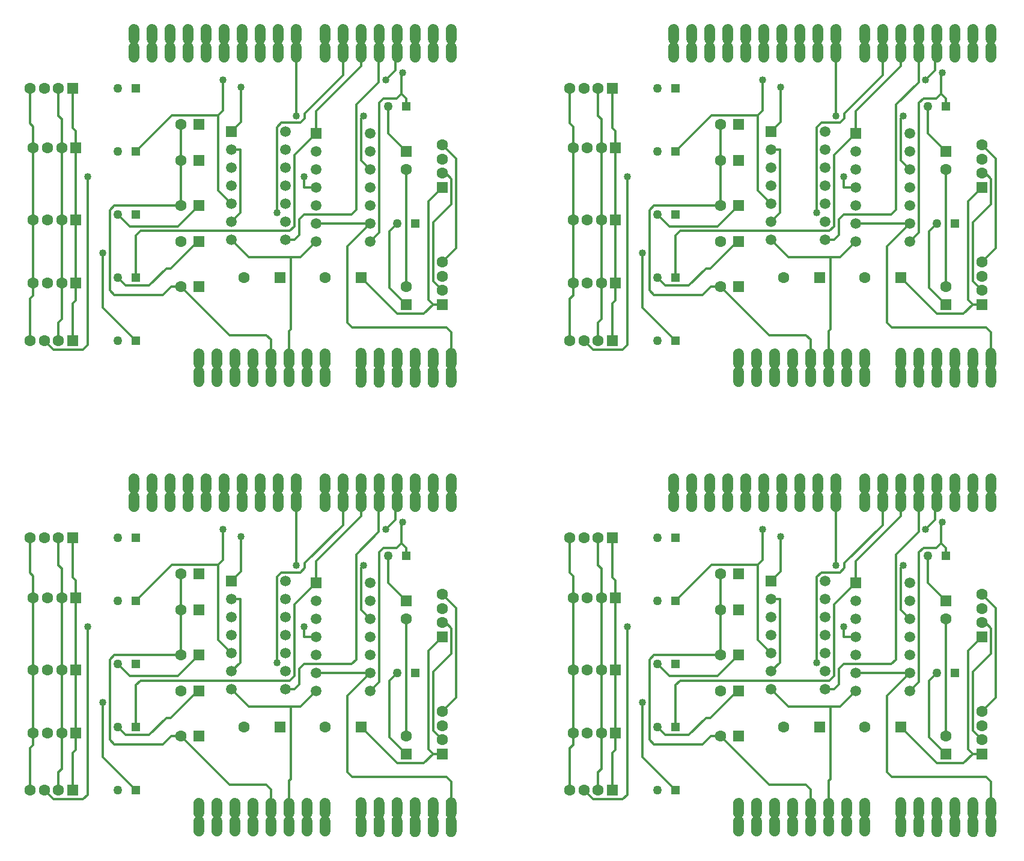
<source format=gbr>
G04 DipTrace 2.4.0.2*
%INBottom.gbr*%
%MOIN*%
%ADD14C,0.024*%
%ADD15C,0.013*%
%ADD17C,0.063*%
%ADD18R,0.063X0.063*%
%ADD19C,0.05*%
%ADD20R,0.05X0.05*%
%ADD21C,0.063*%
%ADD22R,0.0591X0.0591*%
%ADD23C,0.0591*%
%ADD24C,0.04*%
%FSLAX44Y44*%
G04*
G70*
G90*
G75*
G01*
%LNBottom*%
%LPD*%
X18940Y5940D2*
D14*
Y4940D1*
Y5940D2*
D15*
Y6989D1*
X18680Y7249D1*
X16632D1*
X13940Y9940D1*
X26440Y16440D2*
Y9940D1*
X13940Y16940D2*
Y18940D1*
Y14440D2*
Y16940D1*
Y9940D2*
X13403D1*
X12938Y9476D1*
X10255D1*
X9995Y9735D1*
Y14180D1*
X10255Y14440D1*
X13940D1*
X21940Y4940D2*
D14*
Y5940D1*
X23940Y4940D2*
Y5940D1*
X24940Y4940D2*
Y5940D1*
X25940Y4940D2*
Y5940D1*
X26940Y4940D2*
Y5940D1*
X27940Y4940D2*
Y5940D1*
X5578Y20940D2*
D15*
Y18998D1*
X5759Y18816D1*
Y17621D1*
X28440Y17802D2*
X29210Y17033D1*
Y12072D1*
X28440Y11302D1*
X5759Y10121D2*
Y9442D1*
X5578Y9261D1*
Y6940D1*
X5759Y13621D2*
Y10121D1*
Y17621D2*
Y13621D1*
X28940Y4940D2*
D14*
Y5940D1*
X21440Y13440D2*
D15*
X24440D1*
X16756Y13531D2*
X17246Y14021D1*
Y17531D1*
X16756D1*
X24440Y13440D2*
X23170Y12170D1*
Y7933D1*
X23430Y7673D1*
X28680D1*
X28940Y7413D1*
Y5940D1*
Y22940D2*
D14*
Y23940D1*
X27940Y22940D2*
Y23940D1*
X26940Y22940D2*
Y23940D1*
X17286Y21005D2*
D15*
Y19061D1*
X16756Y18531D1*
X25940Y22940D2*
D14*
Y23940D1*
X16756Y14531D2*
D15*
X16006Y15281D1*
Y19450D1*
X13450D1*
X11440Y17440D1*
X25940Y22940D2*
D3*
X16006Y19450D2*
X16266Y19710D1*
Y21400D1*
X25940Y22940D2*
X25844D1*
Y21924D1*
X25320Y21400D1*
X14340Y22940D2*
D14*
Y23940D1*
X15340Y22940D2*
Y23940D1*
X20340Y22940D2*
Y23940D1*
X24440Y16440D2*
D15*
X23950Y16930D1*
Y19281D1*
X24085Y19416D1*
X20340D2*
Y22940D1*
X24085Y19416D2*
D3*
X17340Y22940D2*
D14*
Y23940D1*
X16340Y22940D2*
Y23940D1*
X19340Y22940D2*
Y23940D1*
X18340Y22940D2*
Y23940D1*
X24940Y22940D2*
Y23940D1*
Y22940D2*
D15*
X24925D1*
Y21267D1*
X23680Y20022D1*
Y14190D1*
X23421Y13930D1*
X20766D1*
X20506Y13670D1*
Y12791D1*
X20246Y12531D1*
X19756D1*
X23940Y22940D2*
D14*
Y23940D1*
Y22940D2*
D15*
Y22155D1*
X21440Y19655D1*
Y18440D1*
X20246Y17246D1*
Y13281D1*
X19987Y13021D1*
X11700D1*
X11440Y12761D1*
Y10440D1*
X22940Y22940D2*
D14*
Y23940D1*
Y22940D2*
D15*
Y21655D1*
X20822Y19537D1*
Y19281D1*
X20562Y19021D1*
X19526D1*
X19266Y18761D1*
Y14021D1*
X9600Y11815D2*
Y8780D1*
X11440Y6940D1*
X21940Y22940D2*
D14*
Y23940D1*
X26239Y21795D2*
D15*
X26180Y21737D1*
Y20645D1*
X26440Y20385D1*
Y19940D1*
X26180Y20645D2*
X25920Y20385D1*
X25190D1*
X24930Y20125D1*
Y12930D1*
X24440Y12440D1*
X19940Y4940D2*
D14*
Y5940D1*
X21440Y12440D2*
D15*
X20571Y11571D1*
X20037D1*
X17716D1*
X16756Y12531D1*
X19940Y5940D2*
Y7460D1*
X20037Y7557D1*
Y11571D1*
X15940Y4940D2*
D14*
Y5940D1*
X14940Y4940D2*
Y5940D1*
X12340Y22940D2*
Y23940D1*
X11340Y22940D2*
Y23940D1*
X13340Y22940D2*
Y23940D1*
X17940Y4940D2*
Y5940D1*
X20940D2*
Y4940D1*
X16940Y5940D2*
Y4940D1*
X14940Y14440D2*
D15*
X13781Y13281D1*
X11100D1*
X10440Y13940D1*
X8766Y16021D2*
Y6690D1*
X8506Y6430D1*
X6875D1*
X6365Y6940D1*
X20766Y16021D2*
Y15440D1*
X21440D1*
X14940Y12440D2*
Y12506D1*
X13384Y10950D1*
X13128D1*
X12173Y9995D1*
X10885D1*
X10440Y10440D1*
X23940D2*
X25950Y8430D1*
X27420D1*
X27930Y8940D1*
X27670Y9200D1*
Y14670D1*
X28440Y15440D1*
X7940Y6940D2*
Y9001D1*
X8121Y9182D1*
Y10121D1*
Y17621D2*
Y18560D1*
X7940Y18741D1*
Y20940D1*
X8121Y13621D2*
Y17621D1*
Y10121D2*
Y13621D1*
X28440Y8940D2*
X27930D1*
X7153Y6940D2*
Y7942D1*
X7334Y8123D1*
Y10121D1*
X28440Y9728D2*
X27930Y10237D1*
Y13498D1*
X28950Y14517D1*
Y15913D1*
X28635Y16228D1*
X28440D1*
X7334Y17621D2*
Y19236D1*
X7153Y19417D1*
Y20940D1*
X7334Y13621D2*
Y17621D1*
Y10121D2*
Y13621D1*
X28440Y16228D2*
D3*
X26440Y17440D2*
X25440Y18440D1*
Y19940D1*
X26440Y8940D2*
X25495Y9885D1*
Y12995D1*
X25940Y13440D1*
D24*
X17286Y21005D3*
X25320Y21400D3*
X16266D3*
X20340Y19416D3*
X24085D3*
X19266Y14021D3*
X9600Y11815D3*
X26239Y21795D3*
X8766Y16021D3*
X20766D3*
G36*
X23640Y5240D2*
X23658Y5343D1*
X23710Y5433D1*
X23790Y5500D1*
X23888Y5536D1*
X23992D1*
X24090Y5500D1*
X24170Y5433D1*
X24222Y5343D1*
X24240Y5240D1*
Y4640D1*
X24222Y4538D1*
X24170Y4448D1*
X24090Y4380D1*
X23993Y4345D1*
X23888D1*
X23790Y4380D1*
X23711Y4447D1*
X23658Y4537D1*
X23640Y4640D1*
Y5240D1*
G37*
G36*
X24640D2*
X24658Y5343D1*
X24710Y5433D1*
X24790Y5500D1*
X24888Y5536D1*
X24992D1*
X25090Y5500D1*
X25170Y5433D1*
X25222Y5343D1*
X25240Y5240D1*
Y4640D1*
X25222Y4538D1*
X25170Y4448D1*
X25090Y4380D1*
X24993Y4345D1*
X24888D1*
X24790Y4380D1*
X24711Y4447D1*
X24658Y4537D1*
X24640Y4640D1*
Y5240D1*
G37*
G36*
X25640D2*
X25658Y5343D1*
X25710Y5433D1*
X25790Y5500D1*
X25888Y5536D1*
X25992D1*
X26090Y5500D1*
X26170Y5433D1*
X26222Y5343D1*
X26240Y5240D1*
Y4640D1*
X26222Y4538D1*
X26170Y4448D1*
X26090Y4380D1*
X25993Y4345D1*
X25888D1*
X25790Y4380D1*
X25711Y4447D1*
X25658Y4537D1*
X25640Y4640D1*
Y5240D1*
G37*
G36*
X26640D2*
X26658Y5343D1*
X26710Y5433D1*
X26790Y5500D1*
X26888Y5536D1*
X26992D1*
X27090Y5500D1*
X27170Y5433D1*
X27222Y5343D1*
X27240Y5240D1*
Y4640D1*
X27222Y4538D1*
X27170Y4448D1*
X27090Y4380D1*
X26993Y4345D1*
X26888D1*
X26790Y4380D1*
X26711Y4447D1*
X26658Y4537D1*
X26640Y4640D1*
Y5240D1*
G37*
G36*
X27640D2*
X27658Y5343D1*
X27710Y5433D1*
X27790Y5500D1*
X27888Y5536D1*
X27992D1*
X28090Y5500D1*
X28170Y5433D1*
X28222Y5343D1*
X28240Y5240D1*
Y4640D1*
X28222Y4538D1*
X28170Y4448D1*
X28090Y4380D1*
X27993Y4345D1*
X27888D1*
X27790Y4380D1*
X27711Y4447D1*
X27658Y4537D1*
X27640Y4640D1*
Y5240D1*
G37*
G36*
X28640D2*
X28658Y5343D1*
X28710Y5433D1*
X28790Y5500D1*
X28888Y5536D1*
X28992D1*
X29090Y5500D1*
X29170Y5433D1*
X29222Y5343D1*
X29240Y5240D1*
Y4640D1*
X29222Y4538D1*
X29170Y4448D1*
X29090Y4380D1*
X28993Y4345D1*
X28888D1*
X28790Y4380D1*
X28711Y4447D1*
X28658Y4537D1*
X28640Y4640D1*
Y5240D1*
G37*
G36*
X29227Y23653D2*
X29210Y23555D1*
X29160Y23469D1*
X29084Y23405D1*
X28990Y23371D1*
X28891Y23370D1*
X28797Y23404D1*
X28720Y23468D1*
X28671Y23555D1*
X28653Y23653D1*
Y24227D1*
X28670Y24325D1*
X28720Y24411D1*
X28796Y24476D1*
X28890Y24510D1*
X28990D1*
X29083Y24476D1*
X29160Y24412D1*
X29210Y24326D1*
X29227Y24227D1*
Y23653D1*
G37*
G36*
X28227D2*
X28210Y23555D1*
X28160Y23469D1*
X28084Y23405D1*
X27990Y23371D1*
X27891Y23370D1*
X27797Y23404D1*
X27720Y23468D1*
X27671Y23555D1*
X27653Y23653D1*
Y24227D1*
X27670Y24325D1*
X27720Y24411D1*
X27796Y24476D1*
X27890Y24510D1*
X27990D1*
X28083Y24476D1*
X28160Y24412D1*
X28210Y24326D1*
X28227Y24227D1*
Y23653D1*
G37*
G36*
X27227D2*
X27210Y23555D1*
X27160Y23469D1*
X27084Y23405D1*
X26990Y23371D1*
X26891Y23370D1*
X26797Y23404D1*
X26720Y23468D1*
X26671Y23555D1*
X26653Y23653D1*
Y24227D1*
X26670Y24325D1*
X26720Y24411D1*
X26796Y24476D1*
X26890Y24510D1*
X26990D1*
X27083Y24476D1*
X27160Y24412D1*
X27210Y24326D1*
X27227Y24227D1*
Y23653D1*
G37*
G36*
X26227D2*
X26210Y23555D1*
X26160Y23469D1*
X26084Y23405D1*
X25990Y23371D1*
X25891Y23370D1*
X25797Y23404D1*
X25720Y23468D1*
X25671Y23555D1*
X25653Y23653D1*
Y24227D1*
X25670Y24325D1*
X25720Y24411D1*
X25796Y24476D1*
X25890Y24510D1*
X25990D1*
X26083Y24476D1*
X26160Y24412D1*
X26210Y24326D1*
X26227Y24227D1*
Y23653D1*
G37*
G36*
X25227D2*
X25210Y23555D1*
X25160Y23469D1*
X25084Y23405D1*
X24990Y23371D1*
X24891Y23370D1*
X24797Y23404D1*
X24720Y23468D1*
X24671Y23555D1*
X24653Y23653D1*
Y24227D1*
X24670Y24325D1*
X24720Y24411D1*
X24796Y24476D1*
X24890Y24510D1*
X24990D1*
X25083Y24476D1*
X25160Y24412D1*
X25210Y24326D1*
X25227Y24227D1*
Y23653D1*
G37*
G36*
X24227D2*
X24210Y23555D1*
X24160Y23469D1*
X24084Y23405D1*
X23990Y23371D1*
X23891Y23370D1*
X23797Y23404D1*
X23720Y23468D1*
X23671Y23555D1*
X23653Y23653D1*
Y24227D1*
X23670Y24325D1*
X23720Y24411D1*
X23796Y24476D1*
X23890Y24510D1*
X23990D1*
X24083Y24476D1*
X24160Y24412D1*
X24210Y24326D1*
X24227Y24227D1*
Y23653D1*
G37*
G36*
X23227D2*
X23210Y23555D1*
X23160Y23469D1*
X23084Y23405D1*
X22990Y23371D1*
X22891Y23370D1*
X22797Y23404D1*
X22720Y23468D1*
X22671Y23555D1*
X22653Y23653D1*
Y24227D1*
X22670Y24325D1*
X22720Y24411D1*
X22796Y24476D1*
X22890Y24510D1*
X22990D1*
X23083Y24476D1*
X23160Y24412D1*
X23210Y24326D1*
X23227Y24227D1*
Y23653D1*
G37*
G36*
X22227D2*
X22210Y23555D1*
X22160Y23469D1*
X22084Y23405D1*
X21990Y23371D1*
X21891Y23370D1*
X21797Y23404D1*
X21720Y23468D1*
X21671Y23555D1*
X21653Y23653D1*
Y24227D1*
X21670Y24325D1*
X21720Y24411D1*
X21796Y24476D1*
X21890Y24510D1*
X21990D1*
X22083Y24476D1*
X22160Y24412D1*
X22210Y24326D1*
X22227Y24227D1*
Y23653D1*
G37*
G36*
X14653Y5227D2*
X14670Y5325D1*
X14720Y5411D1*
X14796Y5476D1*
X14890Y5510D1*
X14990D1*
X15083Y5476D1*
X15160Y5412D1*
X15210Y5326D1*
X15227Y5227D1*
Y4653D1*
X15210Y4555D1*
X15160Y4469D1*
X15084Y4405D1*
X14990Y4371D1*
X14891Y4370D1*
X14797Y4404D1*
X14720Y4468D1*
X14671Y4555D1*
X14653Y4653D1*
Y5227D1*
G37*
G36*
X15653D2*
X15670Y5325D1*
X15720Y5411D1*
X15796Y5476D1*
X15890Y5510D1*
X15990D1*
X16083Y5476D1*
X16160Y5412D1*
X16210Y5326D1*
X16227Y5227D1*
Y4653D1*
X16210Y4555D1*
X16160Y4469D1*
X16084Y4405D1*
X15990Y4371D1*
X15891Y4370D1*
X15797Y4404D1*
X15720Y4468D1*
X15671Y4555D1*
X15653Y4653D1*
Y5227D1*
G37*
G36*
X16653D2*
X16670Y5325D1*
X16720Y5411D1*
X16796Y5476D1*
X16890Y5510D1*
X16990D1*
X17083Y5476D1*
X17160Y5412D1*
X17210Y5326D1*
X17227Y5227D1*
Y4653D1*
X17210Y4555D1*
X17160Y4469D1*
X17084Y4405D1*
X16990Y4371D1*
X16891Y4370D1*
X16797Y4404D1*
X16720Y4468D1*
X16671Y4555D1*
X16653Y4653D1*
Y5227D1*
G37*
G36*
X17653D2*
X17670Y5325D1*
X17720Y5411D1*
X17796Y5476D1*
X17890Y5510D1*
X17990D1*
X18083Y5476D1*
X18160Y5412D1*
X18210Y5326D1*
X18227Y5227D1*
Y4653D1*
X18210Y4555D1*
X18160Y4469D1*
X18084Y4405D1*
X17990Y4371D1*
X17891Y4370D1*
X17797Y4404D1*
X17720Y4468D1*
X17671Y4555D1*
X17653Y4653D1*
Y5227D1*
G37*
G36*
X18653D2*
X18670Y5325D1*
X18720Y5411D1*
X18796Y5476D1*
X18890Y5510D1*
X18990D1*
X19083Y5476D1*
X19160Y5412D1*
X19210Y5326D1*
X19227Y5227D1*
Y4653D1*
X19210Y4555D1*
X19160Y4469D1*
X19084Y4405D1*
X18990Y4371D1*
X18891Y4370D1*
X18797Y4404D1*
X18720Y4468D1*
X18671Y4555D1*
X18653Y4653D1*
Y5227D1*
G37*
G36*
X19653D2*
X19670Y5325D1*
X19720Y5411D1*
X19796Y5476D1*
X19890Y5510D1*
X19990D1*
X20083Y5476D1*
X20160Y5412D1*
X20210Y5326D1*
X20227Y5227D1*
Y4653D1*
X20210Y4555D1*
X20160Y4469D1*
X20084Y4405D1*
X19990Y4371D1*
X19891Y4370D1*
X19797Y4404D1*
X19720Y4468D1*
X19671Y4555D1*
X19653Y4653D1*
Y5227D1*
G37*
G36*
X20653D2*
X20670Y5325D1*
X20720Y5411D1*
X20796Y5476D1*
X20890Y5510D1*
X20990D1*
X21083Y5476D1*
X21160Y5412D1*
X21210Y5326D1*
X21227Y5227D1*
Y4653D1*
X21210Y4555D1*
X21160Y4469D1*
X21084Y4405D1*
X20990Y4371D1*
X20891Y4370D1*
X20797Y4404D1*
X20720Y4468D1*
X20671Y4555D1*
X20653Y4653D1*
Y5227D1*
G37*
G36*
X21653D2*
X21670Y5325D1*
X21720Y5411D1*
X21796Y5476D1*
X21890Y5510D1*
X21990D1*
X22083Y5476D1*
X22160Y5412D1*
X22210Y5326D1*
X22227Y5227D1*
Y4653D1*
X22210Y4555D1*
X22160Y4469D1*
X22084Y4405D1*
X21990Y4371D1*
X21891Y4370D1*
X21797Y4404D1*
X21720Y4468D1*
X21671Y4555D1*
X21653Y4653D1*
Y5227D1*
G37*
G36*
X20627Y23653D2*
X20610Y23555D1*
X20560Y23469D1*
X20484Y23405D1*
X20390Y23371D1*
X20291Y23370D1*
X20197Y23404D1*
X20120Y23468D1*
X20071Y23555D1*
X20053Y23653D1*
Y24227D1*
X20070Y24325D1*
X20120Y24411D1*
X20196Y24476D1*
X20290Y24510D1*
X20390D1*
X20483Y24476D1*
X20560Y24412D1*
X20610Y24326D1*
X20627Y24227D1*
Y23653D1*
G37*
G36*
X19627D2*
X19610Y23555D1*
X19560Y23469D1*
X19484Y23405D1*
X19390Y23371D1*
X19291Y23370D1*
X19197Y23404D1*
X19120Y23468D1*
X19071Y23555D1*
X19053Y23653D1*
Y24227D1*
X19070Y24325D1*
X19120Y24411D1*
X19196Y24476D1*
X19290Y24510D1*
X19390D1*
X19483Y24476D1*
X19560Y24412D1*
X19610Y24326D1*
X19627Y24227D1*
Y23653D1*
G37*
G36*
X18627D2*
X18610Y23555D1*
X18560Y23469D1*
X18484Y23405D1*
X18390Y23371D1*
X18291Y23370D1*
X18197Y23404D1*
X18120Y23468D1*
X18071Y23555D1*
X18053Y23653D1*
Y24227D1*
X18070Y24325D1*
X18120Y24411D1*
X18196Y24476D1*
X18290Y24510D1*
X18390D1*
X18483Y24476D1*
X18560Y24412D1*
X18610Y24326D1*
X18627Y24227D1*
Y23653D1*
G37*
G36*
X17627D2*
X17610Y23555D1*
X17560Y23469D1*
X17484Y23405D1*
X17390Y23371D1*
X17291Y23370D1*
X17197Y23404D1*
X17120Y23468D1*
X17071Y23555D1*
X17053Y23653D1*
Y24227D1*
X17070Y24325D1*
X17120Y24411D1*
X17196Y24476D1*
X17290Y24510D1*
X17390D1*
X17483Y24476D1*
X17560Y24412D1*
X17610Y24326D1*
X17627Y24227D1*
Y23653D1*
G37*
G36*
X16627D2*
X16610Y23555D1*
X16560Y23469D1*
X16484Y23405D1*
X16390Y23371D1*
X16291Y23370D1*
X16197Y23404D1*
X16120Y23468D1*
X16071Y23555D1*
X16053Y23653D1*
Y24227D1*
X16070Y24325D1*
X16120Y24411D1*
X16196Y24476D1*
X16290Y24510D1*
X16390D1*
X16483Y24476D1*
X16560Y24412D1*
X16610Y24326D1*
X16627Y24227D1*
Y23653D1*
G37*
G36*
X15627D2*
X15610Y23555D1*
X15560Y23469D1*
X15484Y23405D1*
X15390Y23371D1*
X15291Y23370D1*
X15197Y23404D1*
X15120Y23468D1*
X15071Y23555D1*
X15053Y23653D1*
Y24227D1*
X15070Y24325D1*
X15120Y24411D1*
X15196Y24476D1*
X15290Y24510D1*
X15390D1*
X15483Y24476D1*
X15560Y24412D1*
X15610Y24326D1*
X15627Y24227D1*
Y23653D1*
G37*
G36*
X14627D2*
X14610Y23555D1*
X14560Y23469D1*
X14484Y23405D1*
X14390Y23371D1*
X14291Y23370D1*
X14197Y23404D1*
X14120Y23468D1*
X14071Y23555D1*
X14053Y23653D1*
Y24227D1*
X14070Y24325D1*
X14120Y24411D1*
X14196Y24476D1*
X14290Y24510D1*
X14390D1*
X14483Y24476D1*
X14560Y24412D1*
X14610Y24326D1*
X14627Y24227D1*
Y23653D1*
G37*
G36*
X13627D2*
X13610Y23555D1*
X13560Y23469D1*
X13484Y23405D1*
X13390Y23371D1*
X13291Y23370D1*
X13197Y23404D1*
X13120Y23468D1*
X13071Y23555D1*
X13053Y23653D1*
Y24227D1*
X13070Y24325D1*
X13120Y24411D1*
X13196Y24476D1*
X13290Y24510D1*
X13390D1*
X13483Y24476D1*
X13560Y24412D1*
X13610Y24326D1*
X13627Y24227D1*
Y23653D1*
G37*
G36*
X12627D2*
X12610Y23555D1*
X12560Y23469D1*
X12484Y23405D1*
X12390Y23371D1*
X12291Y23370D1*
X12197Y23404D1*
X12120Y23468D1*
X12071Y23555D1*
X12053Y23653D1*
Y24227D1*
X12070Y24325D1*
X12120Y24411D1*
X12196Y24476D1*
X12290Y24510D1*
X12390D1*
X12483Y24476D1*
X12560Y24412D1*
X12610Y24326D1*
X12627Y24227D1*
Y23653D1*
G37*
G36*
X11627D2*
X11610Y23555D1*
X11560Y23469D1*
X11484Y23405D1*
X11390Y23371D1*
X11291Y23370D1*
X11197Y23404D1*
X11120Y23468D1*
X11071Y23555D1*
X11053Y23653D1*
Y24227D1*
X11070Y24325D1*
X11120Y24411D1*
X11196Y24476D1*
X11290Y24510D1*
X11390D1*
X11483Y24476D1*
X11560Y24412D1*
X11610Y24326D1*
X11627Y24227D1*
Y23653D1*
G37*
G36*
X20627Y22653D2*
X20610Y22555D1*
X20560Y22469D1*
X20484Y22405D1*
X20390Y22371D1*
X20291Y22370D1*
X20197Y22404D1*
X20120Y22468D1*
X20071Y22555D1*
X20053Y22653D1*
Y23227D1*
X20070Y23325D1*
X20120Y23411D1*
X20196Y23476D1*
X20290Y23510D1*
X20390D1*
X20483Y23476D1*
X20560Y23412D1*
X20610Y23326D1*
X20627Y23227D1*
Y22653D1*
G37*
G36*
X19627D2*
X19610Y22555D1*
X19560Y22469D1*
X19484Y22405D1*
X19390Y22371D1*
X19291Y22370D1*
X19197Y22404D1*
X19120Y22468D1*
X19071Y22555D1*
X19053Y22653D1*
Y23227D1*
X19070Y23325D1*
X19120Y23411D1*
X19196Y23476D1*
X19290Y23510D1*
X19390D1*
X19483Y23476D1*
X19560Y23412D1*
X19610Y23326D1*
X19627Y23227D1*
Y22653D1*
G37*
G36*
X18627D2*
X18610Y22555D1*
X18560Y22469D1*
X18484Y22405D1*
X18390Y22371D1*
X18291Y22370D1*
X18197Y22404D1*
X18120Y22468D1*
X18071Y22555D1*
X18053Y22653D1*
Y23227D1*
X18070Y23325D1*
X18120Y23411D1*
X18196Y23476D1*
X18290Y23510D1*
X18390D1*
X18483Y23476D1*
X18560Y23412D1*
X18610Y23326D1*
X18627Y23227D1*
Y22653D1*
G37*
G36*
X17627D2*
X17610Y22555D1*
X17560Y22469D1*
X17484Y22405D1*
X17390Y22371D1*
X17291Y22370D1*
X17197Y22404D1*
X17120Y22468D1*
X17071Y22555D1*
X17053Y22653D1*
Y23227D1*
X17070Y23325D1*
X17120Y23411D1*
X17196Y23476D1*
X17290Y23510D1*
X17390D1*
X17483Y23476D1*
X17560Y23412D1*
X17610Y23326D1*
X17627Y23227D1*
Y22653D1*
G37*
G36*
X16627D2*
X16610Y22555D1*
X16560Y22469D1*
X16484Y22405D1*
X16390Y22371D1*
X16291Y22370D1*
X16197Y22404D1*
X16120Y22468D1*
X16071Y22555D1*
X16053Y22653D1*
Y23227D1*
X16070Y23325D1*
X16120Y23411D1*
X16196Y23476D1*
X16290Y23510D1*
X16390D1*
X16483Y23476D1*
X16560Y23412D1*
X16610Y23326D1*
X16627Y23227D1*
Y22653D1*
G37*
G36*
X15627D2*
X15610Y22555D1*
X15560Y22469D1*
X15484Y22405D1*
X15390Y22371D1*
X15291Y22370D1*
X15197Y22404D1*
X15120Y22468D1*
X15071Y22555D1*
X15053Y22653D1*
Y23227D1*
X15070Y23325D1*
X15120Y23411D1*
X15196Y23476D1*
X15290Y23510D1*
X15390D1*
X15483Y23476D1*
X15560Y23412D1*
X15610Y23326D1*
X15627Y23227D1*
Y22653D1*
G37*
G36*
X14627D2*
X14610Y22555D1*
X14560Y22469D1*
X14484Y22405D1*
X14390Y22371D1*
X14291Y22370D1*
X14197Y22404D1*
X14120Y22468D1*
X14071Y22555D1*
X14053Y22653D1*
Y23227D1*
X14070Y23325D1*
X14120Y23411D1*
X14196Y23476D1*
X14290Y23510D1*
X14390D1*
X14483Y23476D1*
X14560Y23412D1*
X14610Y23326D1*
X14627Y23227D1*
Y22653D1*
G37*
G36*
X13627D2*
X13610Y22555D1*
X13560Y22469D1*
X13484Y22405D1*
X13390Y22371D1*
X13291Y22370D1*
X13197Y22404D1*
X13120Y22468D1*
X13071Y22555D1*
X13053Y22653D1*
Y23227D1*
X13070Y23325D1*
X13120Y23411D1*
X13196Y23476D1*
X13290Y23510D1*
X13390D1*
X13483Y23476D1*
X13560Y23412D1*
X13610Y23326D1*
X13627Y23227D1*
Y22653D1*
G37*
G36*
X12627D2*
X12610Y22555D1*
X12560Y22469D1*
X12484Y22405D1*
X12390Y22371D1*
X12291Y22370D1*
X12197Y22404D1*
X12120Y22468D1*
X12071Y22555D1*
X12053Y22653D1*
Y23227D1*
X12070Y23325D1*
X12120Y23411D1*
X12196Y23476D1*
X12290Y23510D1*
X12390D1*
X12483Y23476D1*
X12560Y23412D1*
X12610Y23326D1*
X12627Y23227D1*
Y22653D1*
G37*
G36*
X11627D2*
X11610Y22555D1*
X11560Y22469D1*
X11484Y22405D1*
X11390Y22371D1*
X11291Y22370D1*
X11197Y22404D1*
X11120Y22468D1*
X11071Y22555D1*
X11053Y22653D1*
Y23227D1*
X11070Y23325D1*
X11120Y23411D1*
X11196Y23476D1*
X11290Y23510D1*
X11390D1*
X11483Y23476D1*
X11560Y23412D1*
X11610Y23326D1*
X11627Y23227D1*
Y22653D1*
G37*
G36*
X29227D2*
X29210Y22555D1*
X29160Y22469D1*
X29084Y22405D1*
X28990Y22371D1*
X28891Y22370D1*
X28797Y22404D1*
X28720Y22468D1*
X28671Y22555D1*
X28653Y22653D1*
Y23227D1*
X28670Y23325D1*
X28720Y23411D1*
X28796Y23476D1*
X28890Y23510D1*
X28990D1*
X29083Y23476D1*
X29160Y23412D1*
X29210Y23326D1*
X29227Y23227D1*
Y22653D1*
G37*
G36*
X28227D2*
X28210Y22555D1*
X28160Y22469D1*
X28084Y22405D1*
X27990Y22371D1*
X27891Y22370D1*
X27797Y22404D1*
X27720Y22468D1*
X27671Y22555D1*
X27653Y22653D1*
Y23227D1*
X27670Y23325D1*
X27720Y23411D1*
X27796Y23476D1*
X27890Y23510D1*
X27990D1*
X28083Y23476D1*
X28160Y23412D1*
X28210Y23326D1*
X28227Y23227D1*
Y22653D1*
G37*
G36*
X27227D2*
X27210Y22555D1*
X27160Y22469D1*
X27084Y22405D1*
X26990Y22371D1*
X26891Y22370D1*
X26797Y22404D1*
X26720Y22468D1*
X26671Y22555D1*
X26653Y22653D1*
Y23227D1*
X26670Y23325D1*
X26720Y23411D1*
X26796Y23476D1*
X26890Y23510D1*
X26990D1*
X27083Y23476D1*
X27160Y23412D1*
X27210Y23326D1*
X27227Y23227D1*
Y22653D1*
G37*
G36*
X26227D2*
X26210Y22555D1*
X26160Y22469D1*
X26084Y22405D1*
X25990Y22371D1*
X25891Y22370D1*
X25797Y22404D1*
X25720Y22468D1*
X25671Y22555D1*
X25653Y22653D1*
Y23227D1*
X25670Y23325D1*
X25720Y23411D1*
X25796Y23476D1*
X25890Y23510D1*
X25990D1*
X26083Y23476D1*
X26160Y23412D1*
X26210Y23326D1*
X26227Y23227D1*
Y22653D1*
G37*
G36*
X25227D2*
X25210Y22555D1*
X25160Y22469D1*
X25084Y22405D1*
X24990Y22371D1*
X24891Y22370D1*
X24797Y22404D1*
X24720Y22468D1*
X24671Y22555D1*
X24653Y22653D1*
Y23227D1*
X24670Y23325D1*
X24720Y23411D1*
X24796Y23476D1*
X24890Y23510D1*
X24990D1*
X25083Y23476D1*
X25160Y23412D1*
X25210Y23326D1*
X25227Y23227D1*
Y22653D1*
G37*
G36*
X24227D2*
X24210Y22555D1*
X24160Y22469D1*
X24084Y22405D1*
X23990Y22371D1*
X23891Y22370D1*
X23797Y22404D1*
X23720Y22468D1*
X23671Y22555D1*
X23653Y22653D1*
Y23227D1*
X23670Y23325D1*
X23720Y23411D1*
X23796Y23476D1*
X23890Y23510D1*
X23990D1*
X24083Y23476D1*
X24160Y23412D1*
X24210Y23326D1*
X24227Y23227D1*
Y22653D1*
G37*
G36*
X23227D2*
X23210Y22555D1*
X23160Y22469D1*
X23084Y22405D1*
X22990Y22371D1*
X22891Y22370D1*
X22797Y22404D1*
X22720Y22468D1*
X22671Y22555D1*
X22653Y22653D1*
Y23227D1*
X22670Y23325D1*
X22720Y23411D1*
X22796Y23476D1*
X22890Y23510D1*
X22990D1*
X23083Y23476D1*
X23160Y23412D1*
X23210Y23326D1*
X23227Y23227D1*
Y22653D1*
G37*
G36*
X22227D2*
X22210Y22555D1*
X22160Y22469D1*
X22084Y22405D1*
X21990Y22371D1*
X21891Y22370D1*
X21797Y22404D1*
X21720Y22468D1*
X21671Y22555D1*
X21653Y22653D1*
Y23227D1*
X21670Y23325D1*
X21720Y23411D1*
X21796Y23476D1*
X21890Y23510D1*
X21990D1*
X22083Y23476D1*
X22160Y23412D1*
X22210Y23326D1*
X22227Y23227D1*
Y22653D1*
G37*
G36*
X23640Y6240D2*
X23658Y6343D1*
X23710Y6433D1*
X23790Y6500D1*
X23888Y6536D1*
X23992D1*
X24090Y6500D1*
X24170Y6433D1*
X24222Y6343D1*
X24240Y6240D1*
Y5640D1*
X24222Y5538D1*
X24170Y5448D1*
X24090Y5380D1*
X23993Y5345D1*
X23888D1*
X23790Y5380D1*
X23711Y5447D1*
X23658Y5537D1*
X23640Y5640D1*
Y6240D1*
G37*
G36*
X24640D2*
X24658Y6343D1*
X24710Y6433D1*
X24790Y6500D1*
X24888Y6536D1*
X24992D1*
X25090Y6500D1*
X25170Y6433D1*
X25222Y6343D1*
X25240Y6240D1*
Y5640D1*
X25222Y5538D1*
X25170Y5448D1*
X25090Y5380D1*
X24993Y5345D1*
X24888D1*
X24790Y5380D1*
X24711Y5447D1*
X24658Y5537D1*
X24640Y5640D1*
Y6240D1*
G37*
G36*
X25640D2*
X25658Y6343D1*
X25710Y6433D1*
X25790Y6500D1*
X25888Y6536D1*
X25992D1*
X26090Y6500D1*
X26170Y6433D1*
X26222Y6343D1*
X26240Y6240D1*
Y5640D1*
X26222Y5538D1*
X26170Y5448D1*
X26090Y5380D1*
X25993Y5345D1*
X25888D1*
X25790Y5380D1*
X25711Y5447D1*
X25658Y5537D1*
X25640Y5640D1*
Y6240D1*
G37*
G36*
X26640D2*
X26658Y6343D1*
X26710Y6433D1*
X26790Y6500D1*
X26888Y6536D1*
X26992D1*
X27090Y6500D1*
X27170Y6433D1*
X27222Y6343D1*
X27240Y6240D1*
Y5640D1*
X27222Y5538D1*
X27170Y5448D1*
X27090Y5380D1*
X26993Y5345D1*
X26888D1*
X26790Y5380D1*
X26711Y5447D1*
X26658Y5537D1*
X26640Y5640D1*
Y6240D1*
G37*
G36*
X27640D2*
X27658Y6343D1*
X27710Y6433D1*
X27790Y6500D1*
X27888Y6536D1*
X27992D1*
X28090Y6500D1*
X28170Y6433D1*
X28222Y6343D1*
X28240Y6240D1*
Y5640D1*
X28222Y5538D1*
X28170Y5448D1*
X28090Y5380D1*
X27993Y5345D1*
X27888D1*
X27790Y5380D1*
X27711Y5447D1*
X27658Y5537D1*
X27640Y5640D1*
Y6240D1*
G37*
G36*
X28640D2*
X28658Y6343D1*
X28710Y6433D1*
X28790Y6500D1*
X28888Y6536D1*
X28992D1*
X29090Y6500D1*
X29170Y6433D1*
X29222Y6343D1*
X29240Y6240D1*
Y5640D1*
X29222Y5538D1*
X29170Y5448D1*
X29090Y5380D1*
X28993Y5345D1*
X28888D1*
X28790Y5380D1*
X28711Y5447D1*
X28658Y5537D1*
X28640Y5640D1*
Y6240D1*
G37*
G36*
X14653Y6227D2*
X14670Y6325D1*
X14720Y6411D1*
X14796Y6476D1*
X14890Y6510D1*
X14990D1*
X15083Y6476D1*
X15160Y6412D1*
X15210Y6326D1*
X15227Y6227D1*
Y5653D1*
X15210Y5555D1*
X15160Y5469D1*
X15084Y5405D1*
X14990Y5371D1*
X14891Y5370D1*
X14797Y5404D1*
X14720Y5468D1*
X14671Y5555D1*
X14653Y5653D1*
Y6227D1*
G37*
G36*
X15653D2*
X15670Y6325D1*
X15720Y6411D1*
X15796Y6476D1*
X15890Y6510D1*
X15990D1*
X16083Y6476D1*
X16160Y6412D1*
X16210Y6326D1*
X16227Y6227D1*
Y5653D1*
X16210Y5555D1*
X16160Y5469D1*
X16084Y5405D1*
X15990Y5371D1*
X15891Y5370D1*
X15797Y5404D1*
X15720Y5468D1*
X15671Y5555D1*
X15653Y5653D1*
Y6227D1*
G37*
G36*
X16653D2*
X16670Y6325D1*
X16720Y6411D1*
X16796Y6476D1*
X16890Y6510D1*
X16990D1*
X17083Y6476D1*
X17160Y6412D1*
X17210Y6326D1*
X17227Y6227D1*
Y5653D1*
X17210Y5555D1*
X17160Y5469D1*
X17084Y5405D1*
X16990Y5371D1*
X16891Y5370D1*
X16797Y5404D1*
X16720Y5468D1*
X16671Y5555D1*
X16653Y5653D1*
Y6227D1*
G37*
G36*
X17653D2*
X17670Y6325D1*
X17720Y6411D1*
X17796Y6476D1*
X17890Y6510D1*
X17990D1*
X18083Y6476D1*
X18160Y6412D1*
X18210Y6326D1*
X18227Y6227D1*
Y5653D1*
X18210Y5555D1*
X18160Y5469D1*
X18084Y5405D1*
X17990Y5371D1*
X17891Y5370D1*
X17797Y5404D1*
X17720Y5468D1*
X17671Y5555D1*
X17653Y5653D1*
Y6227D1*
G37*
G36*
X18653D2*
X18670Y6325D1*
X18720Y6411D1*
X18796Y6476D1*
X18890Y6510D1*
X18990D1*
X19083Y6476D1*
X19160Y6412D1*
X19210Y6326D1*
X19227Y6227D1*
Y5653D1*
X19210Y5555D1*
X19160Y5469D1*
X19084Y5405D1*
X18990Y5371D1*
X18891Y5370D1*
X18797Y5404D1*
X18720Y5468D1*
X18671Y5555D1*
X18653Y5653D1*
Y6227D1*
G37*
G36*
X19653D2*
X19670Y6325D1*
X19720Y6411D1*
X19796Y6476D1*
X19890Y6510D1*
X19990D1*
X20083Y6476D1*
X20160Y6412D1*
X20210Y6326D1*
X20227Y6227D1*
Y5653D1*
X20210Y5555D1*
X20160Y5469D1*
X20084Y5405D1*
X19990Y5371D1*
X19891Y5370D1*
X19797Y5404D1*
X19720Y5468D1*
X19671Y5555D1*
X19653Y5653D1*
Y6227D1*
G37*
G36*
X20653D2*
X20670Y6325D1*
X20720Y6411D1*
X20796Y6476D1*
X20890Y6510D1*
X20990D1*
X21083Y6476D1*
X21160Y6412D1*
X21210Y6326D1*
X21227Y6227D1*
Y5653D1*
X21210Y5555D1*
X21160Y5469D1*
X21084Y5405D1*
X20990Y5371D1*
X20891Y5370D1*
X20797Y5404D1*
X20720Y5468D1*
X20671Y5555D1*
X20653Y5653D1*
Y6227D1*
G37*
G36*
X21653D2*
X21670Y6325D1*
X21720Y6411D1*
X21796Y6476D1*
X21890Y6510D1*
X21990D1*
X22083Y6476D1*
X22160Y6412D1*
X22210Y6326D1*
X22227Y6227D1*
Y5653D1*
X22210Y5555D1*
X22160Y5469D1*
X22084Y5405D1*
X21990Y5371D1*
X21891Y5370D1*
X21797Y5404D1*
X21720Y5468D1*
X21671Y5555D1*
X21653Y5653D1*
Y6227D1*
G37*
D17*
X17440Y10440D3*
D18*
X19440D3*
D17*
X21940D3*
D18*
X23940D3*
D19*
X10440Y20940D3*
D20*
X11440D3*
D19*
X10440Y17440D3*
D20*
X11440D3*
D19*
X10440Y13940D3*
D20*
X11440D3*
D19*
X10440Y10440D3*
D20*
X11440D3*
D19*
X10440Y6940D3*
D20*
X11440D3*
D19*
X25440Y19940D3*
D20*
X26440D3*
D19*
X25940Y13440D3*
D20*
X26940D3*
D18*
X7940Y20940D3*
D21*
X7153D3*
X6365D3*
X5578D3*
D18*
X8121Y17621D3*
D21*
X7334D3*
X6546D3*
X5759D3*
D18*
X8121Y13621D3*
D21*
X7334D3*
X6546D3*
X5759D3*
D18*
X8121Y10121D3*
D21*
X7334D3*
X6546D3*
X5759D3*
D18*
X7940Y6940D3*
D21*
X7153D3*
X6365D3*
X5578D3*
D18*
X28440Y15440D3*
D21*
Y16228D3*
Y17015D3*
Y17802D3*
D18*
Y8940D3*
D21*
Y9728D3*
Y10515D3*
Y11302D3*
D17*
X13940Y18940D3*
D18*
X14940D3*
D17*
X13940Y16940D3*
D18*
X14940D3*
D17*
X13940Y14440D3*
D18*
X14940D3*
D17*
X13940Y12440D3*
D18*
X14940D3*
D17*
X13940Y9940D3*
D18*
X14940D3*
D17*
X26440Y16440D3*
D18*
Y17440D3*
D17*
Y9940D3*
D18*
Y8940D3*
D22*
X16756Y18531D3*
D23*
Y17531D3*
Y16531D3*
Y15531D3*
Y14531D3*
Y13531D3*
Y12531D3*
X19756D3*
Y13531D3*
Y14531D3*
Y15531D3*
Y16531D3*
Y17531D3*
Y18531D3*
D22*
X21440Y18440D3*
D23*
Y17440D3*
Y16440D3*
Y15440D3*
Y14440D3*
Y13440D3*
Y12440D3*
X24440D3*
Y13440D3*
Y14440D3*
Y15440D3*
Y16440D3*
Y17440D3*
Y18440D3*
X48877Y5940D2*
D14*
Y4940D1*
Y5940D2*
D15*
Y6989D1*
X48617Y7249D1*
X46569D1*
X43877Y9940D1*
X56377Y16440D2*
Y9940D1*
X43877Y16940D2*
Y18940D1*
Y14440D2*
Y16940D1*
Y9940D2*
X43340D1*
X42875Y9476D1*
X40192D1*
X39932Y9735D1*
Y14180D1*
X40192Y14440D1*
X43877D1*
X51877Y4940D2*
D14*
Y5940D1*
X53877Y4940D2*
Y5940D1*
X54877Y4940D2*
Y5940D1*
X55877Y4940D2*
Y5940D1*
X56877Y4940D2*
Y5940D1*
X57877Y4940D2*
Y5940D1*
X35515Y20940D2*
D15*
Y18998D1*
X35696Y18816D1*
Y17621D1*
X58377Y17802D2*
X59147Y17033D1*
Y12072D1*
X58377Y11302D1*
X35696Y10121D2*
Y9442D1*
X35515Y9261D1*
Y6940D1*
X35696Y13621D2*
Y10121D1*
Y17621D2*
Y13621D1*
X58877Y4940D2*
D14*
Y5940D1*
X51377Y13440D2*
D15*
X54377D1*
X46693Y13531D2*
X47183Y14021D1*
Y17531D1*
X46693D1*
X54377Y13440D2*
X53107Y12170D1*
Y7933D1*
X53367Y7673D1*
X58617D1*
X58877Y7413D1*
Y5940D1*
Y22940D2*
D14*
Y23940D1*
X57877Y22940D2*
Y23940D1*
X56877Y22940D2*
Y23940D1*
X47223Y21005D2*
D15*
Y19061D1*
X46693Y18531D1*
X55877Y22940D2*
D14*
Y23940D1*
X46693Y14531D2*
D15*
X45943Y15281D1*
Y19450D1*
X43387D1*
X41377Y17440D1*
X55877Y22940D2*
D3*
X45943Y19450D2*
X46203Y19710D1*
Y21400D1*
X55877Y22940D2*
X55781D1*
Y21924D1*
X55257Y21400D1*
X44277Y22940D2*
D14*
Y23940D1*
X45277Y22940D2*
Y23940D1*
X50277Y22940D2*
Y23940D1*
X54377Y16440D2*
D15*
X53887Y16930D1*
Y19281D1*
X54022Y19416D1*
X50277D2*
Y22940D1*
X54022Y19416D2*
D3*
X47277Y22940D2*
D14*
Y23940D1*
X46277Y22940D2*
Y23940D1*
X49277Y22940D2*
Y23940D1*
X48277Y22940D2*
Y23940D1*
X54877Y22940D2*
Y23940D1*
Y22940D2*
D15*
X54862D1*
Y21267D1*
X53617Y20022D1*
Y14190D1*
X53358Y13930D1*
X50703D1*
X50443Y13670D1*
Y12791D1*
X50183Y12531D1*
X49693D1*
X53877Y22940D2*
D14*
Y23940D1*
Y22940D2*
D15*
Y22155D1*
X51377Y19655D1*
Y18440D1*
X50183Y17246D1*
Y13281D1*
X49924Y13021D1*
X41637D1*
X41377Y12761D1*
Y10440D1*
X52877Y22940D2*
D14*
Y23940D1*
Y22940D2*
D15*
Y21655D1*
X50759Y19537D1*
Y19281D1*
X50499Y19021D1*
X49463D1*
X49203Y18761D1*
Y14021D1*
X39537Y11815D2*
Y8780D1*
X41377Y6940D1*
X51877Y22940D2*
D14*
Y23940D1*
X56176Y21795D2*
D15*
X56117Y21737D1*
Y20645D1*
X56377Y20385D1*
Y19940D1*
X56117Y20645D2*
X55857Y20385D1*
X55127D1*
X54867Y20125D1*
Y12930D1*
X54377Y12440D1*
X49877Y4940D2*
D14*
Y5940D1*
X51377Y12440D2*
D15*
X50508Y11571D1*
X49974D1*
X47653D1*
X46693Y12531D1*
X49877Y5940D2*
Y7460D1*
X49974Y7557D1*
Y11571D1*
X45877Y4940D2*
D14*
Y5940D1*
X44877Y4940D2*
Y5940D1*
X42277Y22940D2*
Y23940D1*
X41277Y22940D2*
Y23940D1*
X43277Y22940D2*
Y23940D1*
X47877Y4940D2*
Y5940D1*
X50877D2*
Y4940D1*
X46877Y5940D2*
Y4940D1*
X44877Y14440D2*
D15*
X43718Y13281D1*
X41037D1*
X40377Y13940D1*
X38703Y16021D2*
Y6690D1*
X38443Y6430D1*
X36812D1*
X36302Y6940D1*
X50703Y16021D2*
Y15440D1*
X51377D1*
X44877Y12440D2*
Y12506D1*
X43321Y10950D1*
X43065D1*
X42110Y9995D1*
X40822D1*
X40377Y10440D1*
X53877D2*
X55887Y8430D1*
X57357D1*
X57867Y8940D1*
X57607Y9200D1*
Y14670D1*
X58377Y15440D1*
X37877Y6940D2*
Y9001D1*
X38058Y9182D1*
Y10121D1*
Y17621D2*
Y18560D1*
X37877Y18741D1*
Y20940D1*
X38058Y13621D2*
Y17621D1*
Y10121D2*
Y13621D1*
X58377Y8940D2*
X57867D1*
X37090Y6940D2*
Y7942D1*
X37271Y8123D1*
Y10121D1*
X58377Y9728D2*
X57867Y10237D1*
Y13498D1*
X58887Y14517D1*
Y15913D1*
X58572Y16228D1*
X58377D1*
X37271Y17621D2*
Y19236D1*
X37090Y19417D1*
Y20940D1*
X37271Y13621D2*
Y17621D1*
Y10121D2*
Y13621D1*
X58377Y16228D2*
D3*
X56377Y17440D2*
X55377Y18440D1*
Y19940D1*
X56377Y8940D2*
X55432Y9885D1*
Y12995D1*
X55877Y13440D1*
D24*
X47223Y21005D3*
X55257Y21400D3*
X46203D3*
X50277Y19416D3*
X54022D3*
X49203Y14021D3*
X39537Y11815D3*
X56176Y21795D3*
X38703Y16021D3*
X50703D3*
G36*
X53577Y5240D2*
X53595Y5343D1*
X53647Y5433D1*
X53727Y5500D1*
X53825Y5536D1*
X53929D1*
X54027Y5500D1*
X54107Y5433D1*
X54159Y5343D1*
X54177Y5240D1*
Y4640D1*
X54159Y4538D1*
X54107Y4448D1*
X54027Y4380D1*
X53930Y4345D1*
X53825D1*
X53727Y4380D1*
X53648Y4447D1*
X53595Y4537D1*
X53577Y4640D1*
Y5240D1*
G37*
G36*
X54577D2*
X54595Y5343D1*
X54647Y5433D1*
X54727Y5500D1*
X54825Y5536D1*
X54929D1*
X55027Y5500D1*
X55107Y5433D1*
X55159Y5343D1*
X55177Y5240D1*
Y4640D1*
X55159Y4538D1*
X55107Y4448D1*
X55027Y4380D1*
X54930Y4345D1*
X54825D1*
X54727Y4380D1*
X54648Y4447D1*
X54595Y4537D1*
X54577Y4640D1*
Y5240D1*
G37*
G36*
X55577D2*
X55595Y5343D1*
X55647Y5433D1*
X55727Y5500D1*
X55825Y5536D1*
X55929D1*
X56027Y5500D1*
X56107Y5433D1*
X56159Y5343D1*
X56177Y5240D1*
Y4640D1*
X56159Y4538D1*
X56107Y4448D1*
X56027Y4380D1*
X55930Y4345D1*
X55825D1*
X55727Y4380D1*
X55648Y4447D1*
X55595Y4537D1*
X55577Y4640D1*
Y5240D1*
G37*
G36*
X56577D2*
X56595Y5343D1*
X56647Y5433D1*
X56727Y5500D1*
X56825Y5536D1*
X56929D1*
X57027Y5500D1*
X57107Y5433D1*
X57159Y5343D1*
X57177Y5240D1*
Y4640D1*
X57159Y4538D1*
X57107Y4448D1*
X57027Y4380D1*
X56930Y4345D1*
X56825D1*
X56727Y4380D1*
X56648Y4447D1*
X56595Y4537D1*
X56577Y4640D1*
Y5240D1*
G37*
G36*
X57577D2*
X57595Y5343D1*
X57647Y5433D1*
X57727Y5500D1*
X57825Y5536D1*
X57929D1*
X58027Y5500D1*
X58107Y5433D1*
X58159Y5343D1*
X58177Y5240D1*
Y4640D1*
X58159Y4538D1*
X58107Y4448D1*
X58027Y4380D1*
X57930Y4345D1*
X57825D1*
X57727Y4380D1*
X57648Y4447D1*
X57595Y4537D1*
X57577Y4640D1*
Y5240D1*
G37*
G36*
X58577D2*
X58595Y5343D1*
X58647Y5433D1*
X58727Y5500D1*
X58825Y5536D1*
X58929D1*
X59027Y5500D1*
X59107Y5433D1*
X59159Y5343D1*
X59177Y5240D1*
Y4640D1*
X59159Y4538D1*
X59107Y4448D1*
X59027Y4380D1*
X58930Y4345D1*
X58825D1*
X58727Y4380D1*
X58648Y4447D1*
X58595Y4537D1*
X58577Y4640D1*
Y5240D1*
G37*
G36*
X59164Y23653D2*
X59147Y23555D1*
X59097Y23469D1*
X59021Y23405D1*
X58927Y23371D1*
X58828Y23370D1*
X58734Y23404D1*
X58657Y23468D1*
X58608Y23555D1*
X58590Y23653D1*
Y24227D1*
X58607Y24325D1*
X58657Y24411D1*
X58733Y24476D1*
X58827Y24510D1*
X58927D1*
X59020Y24476D1*
X59097Y24412D1*
X59147Y24326D1*
X59164Y24227D1*
Y23653D1*
G37*
G36*
X58164D2*
X58147Y23555D1*
X58097Y23469D1*
X58021Y23405D1*
X57927Y23371D1*
X57828Y23370D1*
X57734Y23404D1*
X57657Y23468D1*
X57608Y23555D1*
X57590Y23653D1*
Y24227D1*
X57607Y24325D1*
X57657Y24411D1*
X57733Y24476D1*
X57827Y24510D1*
X57927D1*
X58020Y24476D1*
X58097Y24412D1*
X58147Y24326D1*
X58164Y24227D1*
Y23653D1*
G37*
G36*
X57164D2*
X57147Y23555D1*
X57097Y23469D1*
X57021Y23405D1*
X56927Y23371D1*
X56828Y23370D1*
X56734Y23404D1*
X56657Y23468D1*
X56608Y23555D1*
X56590Y23653D1*
Y24227D1*
X56607Y24325D1*
X56657Y24411D1*
X56733Y24476D1*
X56827Y24510D1*
X56927D1*
X57020Y24476D1*
X57097Y24412D1*
X57147Y24326D1*
X57164Y24227D1*
Y23653D1*
G37*
G36*
X56164D2*
X56147Y23555D1*
X56097Y23469D1*
X56021Y23405D1*
X55927Y23371D1*
X55828Y23370D1*
X55734Y23404D1*
X55657Y23468D1*
X55608Y23555D1*
X55590Y23653D1*
Y24227D1*
X55607Y24325D1*
X55657Y24411D1*
X55733Y24476D1*
X55827Y24510D1*
X55927D1*
X56020Y24476D1*
X56097Y24412D1*
X56147Y24326D1*
X56164Y24227D1*
Y23653D1*
G37*
G36*
X55164D2*
X55147Y23555D1*
X55097Y23469D1*
X55021Y23405D1*
X54927Y23371D1*
X54828Y23370D1*
X54734Y23404D1*
X54657Y23468D1*
X54608Y23555D1*
X54590Y23653D1*
Y24227D1*
X54607Y24325D1*
X54657Y24411D1*
X54733Y24476D1*
X54827Y24510D1*
X54927D1*
X55020Y24476D1*
X55097Y24412D1*
X55147Y24326D1*
X55164Y24227D1*
Y23653D1*
G37*
G36*
X54164D2*
X54147Y23555D1*
X54097Y23469D1*
X54021Y23405D1*
X53927Y23371D1*
X53828Y23370D1*
X53734Y23404D1*
X53657Y23468D1*
X53608Y23555D1*
X53590Y23653D1*
Y24227D1*
X53607Y24325D1*
X53657Y24411D1*
X53733Y24476D1*
X53827Y24510D1*
X53927D1*
X54020Y24476D1*
X54097Y24412D1*
X54147Y24326D1*
X54164Y24227D1*
Y23653D1*
G37*
G36*
X53164D2*
X53147Y23555D1*
X53097Y23469D1*
X53021Y23405D1*
X52927Y23371D1*
X52828Y23370D1*
X52734Y23404D1*
X52657Y23468D1*
X52608Y23555D1*
X52590Y23653D1*
Y24227D1*
X52607Y24325D1*
X52657Y24411D1*
X52733Y24476D1*
X52827Y24510D1*
X52927D1*
X53020Y24476D1*
X53097Y24412D1*
X53147Y24326D1*
X53164Y24227D1*
Y23653D1*
G37*
G36*
X52164D2*
X52147Y23555D1*
X52097Y23469D1*
X52021Y23405D1*
X51927Y23371D1*
X51828Y23370D1*
X51734Y23404D1*
X51657Y23468D1*
X51608Y23555D1*
X51590Y23653D1*
Y24227D1*
X51607Y24325D1*
X51657Y24411D1*
X51733Y24476D1*
X51827Y24510D1*
X51927D1*
X52020Y24476D1*
X52097Y24412D1*
X52147Y24326D1*
X52164Y24227D1*
Y23653D1*
G37*
G36*
X44590Y5227D2*
X44607Y5325D1*
X44657Y5411D1*
X44733Y5476D1*
X44827Y5510D1*
X44927D1*
X45020Y5476D1*
X45097Y5412D1*
X45147Y5326D1*
X45164Y5227D1*
Y4653D1*
X45147Y4555D1*
X45097Y4469D1*
X45021Y4405D1*
X44927Y4371D1*
X44828Y4370D1*
X44734Y4404D1*
X44657Y4468D1*
X44608Y4555D1*
X44590Y4653D1*
Y5227D1*
G37*
G36*
X45590D2*
X45607Y5325D1*
X45657Y5411D1*
X45733Y5476D1*
X45827Y5510D1*
X45927D1*
X46020Y5476D1*
X46097Y5412D1*
X46147Y5326D1*
X46164Y5227D1*
Y4653D1*
X46147Y4555D1*
X46097Y4469D1*
X46021Y4405D1*
X45927Y4371D1*
X45828Y4370D1*
X45734Y4404D1*
X45657Y4468D1*
X45608Y4555D1*
X45590Y4653D1*
Y5227D1*
G37*
G36*
X46590D2*
X46607Y5325D1*
X46657Y5411D1*
X46733Y5476D1*
X46827Y5510D1*
X46927D1*
X47020Y5476D1*
X47097Y5412D1*
X47147Y5326D1*
X47164Y5227D1*
Y4653D1*
X47147Y4555D1*
X47097Y4469D1*
X47021Y4405D1*
X46927Y4371D1*
X46828Y4370D1*
X46734Y4404D1*
X46657Y4468D1*
X46608Y4555D1*
X46590Y4653D1*
Y5227D1*
G37*
G36*
X47590D2*
X47607Y5325D1*
X47657Y5411D1*
X47733Y5476D1*
X47827Y5510D1*
X47927D1*
X48020Y5476D1*
X48097Y5412D1*
X48147Y5326D1*
X48164Y5227D1*
Y4653D1*
X48147Y4555D1*
X48097Y4469D1*
X48021Y4405D1*
X47927Y4371D1*
X47828Y4370D1*
X47734Y4404D1*
X47657Y4468D1*
X47608Y4555D1*
X47590Y4653D1*
Y5227D1*
G37*
G36*
X48590D2*
X48607Y5325D1*
X48657Y5411D1*
X48733Y5476D1*
X48827Y5510D1*
X48927D1*
X49020Y5476D1*
X49097Y5412D1*
X49147Y5326D1*
X49164Y5227D1*
Y4653D1*
X49147Y4555D1*
X49097Y4469D1*
X49021Y4405D1*
X48927Y4371D1*
X48828Y4370D1*
X48734Y4404D1*
X48657Y4468D1*
X48608Y4555D1*
X48590Y4653D1*
Y5227D1*
G37*
G36*
X49590D2*
X49607Y5325D1*
X49657Y5411D1*
X49733Y5476D1*
X49827Y5510D1*
X49927D1*
X50020Y5476D1*
X50097Y5412D1*
X50147Y5326D1*
X50164Y5227D1*
Y4653D1*
X50147Y4555D1*
X50097Y4469D1*
X50021Y4405D1*
X49927Y4371D1*
X49828Y4370D1*
X49734Y4404D1*
X49657Y4468D1*
X49608Y4555D1*
X49590Y4653D1*
Y5227D1*
G37*
G36*
X50590D2*
X50607Y5325D1*
X50657Y5411D1*
X50733Y5476D1*
X50827Y5510D1*
X50927D1*
X51020Y5476D1*
X51097Y5412D1*
X51147Y5326D1*
X51164Y5227D1*
Y4653D1*
X51147Y4555D1*
X51097Y4469D1*
X51021Y4405D1*
X50927Y4371D1*
X50828Y4370D1*
X50734Y4404D1*
X50657Y4468D1*
X50608Y4555D1*
X50590Y4653D1*
Y5227D1*
G37*
G36*
X51590D2*
X51607Y5325D1*
X51657Y5411D1*
X51733Y5476D1*
X51827Y5510D1*
X51927D1*
X52020Y5476D1*
X52097Y5412D1*
X52147Y5326D1*
X52164Y5227D1*
Y4653D1*
X52147Y4555D1*
X52097Y4469D1*
X52021Y4405D1*
X51927Y4371D1*
X51828Y4370D1*
X51734Y4404D1*
X51657Y4468D1*
X51608Y4555D1*
X51590Y4653D1*
Y5227D1*
G37*
G36*
X50564Y23653D2*
X50547Y23555D1*
X50497Y23469D1*
X50421Y23405D1*
X50327Y23371D1*
X50228Y23370D1*
X50134Y23404D1*
X50057Y23468D1*
X50008Y23555D1*
X49990Y23653D1*
Y24227D1*
X50007Y24325D1*
X50057Y24411D1*
X50133Y24476D1*
X50227Y24510D1*
X50327D1*
X50420Y24476D1*
X50497Y24412D1*
X50547Y24326D1*
X50564Y24227D1*
Y23653D1*
G37*
G36*
X49564D2*
X49547Y23555D1*
X49497Y23469D1*
X49421Y23405D1*
X49327Y23371D1*
X49228Y23370D1*
X49134Y23404D1*
X49057Y23468D1*
X49008Y23555D1*
X48990Y23653D1*
Y24227D1*
X49007Y24325D1*
X49057Y24411D1*
X49133Y24476D1*
X49227Y24510D1*
X49327D1*
X49420Y24476D1*
X49497Y24412D1*
X49547Y24326D1*
X49564Y24227D1*
Y23653D1*
G37*
G36*
X48564D2*
X48547Y23555D1*
X48497Y23469D1*
X48421Y23405D1*
X48327Y23371D1*
X48228Y23370D1*
X48134Y23404D1*
X48057Y23468D1*
X48008Y23555D1*
X47990Y23653D1*
Y24227D1*
X48007Y24325D1*
X48057Y24411D1*
X48133Y24476D1*
X48227Y24510D1*
X48327D1*
X48420Y24476D1*
X48497Y24412D1*
X48547Y24326D1*
X48564Y24227D1*
Y23653D1*
G37*
G36*
X47564D2*
X47547Y23555D1*
X47497Y23469D1*
X47421Y23405D1*
X47327Y23371D1*
X47228Y23370D1*
X47134Y23404D1*
X47057Y23468D1*
X47008Y23555D1*
X46990Y23653D1*
Y24227D1*
X47007Y24325D1*
X47057Y24411D1*
X47133Y24476D1*
X47227Y24510D1*
X47327D1*
X47420Y24476D1*
X47497Y24412D1*
X47547Y24326D1*
X47564Y24227D1*
Y23653D1*
G37*
G36*
X46564D2*
X46547Y23555D1*
X46497Y23469D1*
X46421Y23405D1*
X46327Y23371D1*
X46228Y23370D1*
X46134Y23404D1*
X46057Y23468D1*
X46008Y23555D1*
X45990Y23653D1*
Y24227D1*
X46007Y24325D1*
X46057Y24411D1*
X46133Y24476D1*
X46227Y24510D1*
X46327D1*
X46420Y24476D1*
X46497Y24412D1*
X46547Y24326D1*
X46564Y24227D1*
Y23653D1*
G37*
G36*
X45564D2*
X45547Y23555D1*
X45497Y23469D1*
X45421Y23405D1*
X45327Y23371D1*
X45228Y23370D1*
X45134Y23404D1*
X45057Y23468D1*
X45008Y23555D1*
X44990Y23653D1*
Y24227D1*
X45007Y24325D1*
X45057Y24411D1*
X45133Y24476D1*
X45227Y24510D1*
X45327D1*
X45420Y24476D1*
X45497Y24412D1*
X45547Y24326D1*
X45564Y24227D1*
Y23653D1*
G37*
G36*
X44564D2*
X44547Y23555D1*
X44497Y23469D1*
X44421Y23405D1*
X44327Y23371D1*
X44228Y23370D1*
X44134Y23404D1*
X44057Y23468D1*
X44008Y23555D1*
X43990Y23653D1*
Y24227D1*
X44007Y24325D1*
X44057Y24411D1*
X44133Y24476D1*
X44227Y24510D1*
X44327D1*
X44420Y24476D1*
X44497Y24412D1*
X44547Y24326D1*
X44564Y24227D1*
Y23653D1*
G37*
G36*
X43564D2*
X43547Y23555D1*
X43497Y23469D1*
X43421Y23405D1*
X43327Y23371D1*
X43228Y23370D1*
X43134Y23404D1*
X43057Y23468D1*
X43008Y23555D1*
X42990Y23653D1*
Y24227D1*
X43007Y24325D1*
X43057Y24411D1*
X43133Y24476D1*
X43227Y24510D1*
X43327D1*
X43420Y24476D1*
X43497Y24412D1*
X43547Y24326D1*
X43564Y24227D1*
Y23653D1*
G37*
G36*
X42564D2*
X42547Y23555D1*
X42497Y23469D1*
X42421Y23405D1*
X42327Y23371D1*
X42228Y23370D1*
X42134Y23404D1*
X42057Y23468D1*
X42008Y23555D1*
X41990Y23653D1*
Y24227D1*
X42007Y24325D1*
X42057Y24411D1*
X42133Y24476D1*
X42227Y24510D1*
X42327D1*
X42420Y24476D1*
X42497Y24412D1*
X42547Y24326D1*
X42564Y24227D1*
Y23653D1*
G37*
G36*
X41564D2*
X41547Y23555D1*
X41497Y23469D1*
X41421Y23405D1*
X41327Y23371D1*
X41228Y23370D1*
X41134Y23404D1*
X41057Y23468D1*
X41008Y23555D1*
X40990Y23653D1*
Y24227D1*
X41007Y24325D1*
X41057Y24411D1*
X41133Y24476D1*
X41227Y24510D1*
X41327D1*
X41420Y24476D1*
X41497Y24412D1*
X41547Y24326D1*
X41564Y24227D1*
Y23653D1*
G37*
G36*
X50564Y22653D2*
X50547Y22555D1*
X50497Y22469D1*
X50421Y22405D1*
X50327Y22371D1*
X50228Y22370D1*
X50134Y22404D1*
X50057Y22468D1*
X50008Y22555D1*
X49990Y22653D1*
Y23227D1*
X50007Y23325D1*
X50057Y23411D1*
X50133Y23476D1*
X50227Y23510D1*
X50327D1*
X50420Y23476D1*
X50497Y23412D1*
X50547Y23326D1*
X50564Y23227D1*
Y22653D1*
G37*
G36*
X49564D2*
X49547Y22555D1*
X49497Y22469D1*
X49421Y22405D1*
X49327Y22371D1*
X49228Y22370D1*
X49134Y22404D1*
X49057Y22468D1*
X49008Y22555D1*
X48990Y22653D1*
Y23227D1*
X49007Y23325D1*
X49057Y23411D1*
X49133Y23476D1*
X49227Y23510D1*
X49327D1*
X49420Y23476D1*
X49497Y23412D1*
X49547Y23326D1*
X49564Y23227D1*
Y22653D1*
G37*
G36*
X48564D2*
X48547Y22555D1*
X48497Y22469D1*
X48421Y22405D1*
X48327Y22371D1*
X48228Y22370D1*
X48134Y22404D1*
X48057Y22468D1*
X48008Y22555D1*
X47990Y22653D1*
Y23227D1*
X48007Y23325D1*
X48057Y23411D1*
X48133Y23476D1*
X48227Y23510D1*
X48327D1*
X48420Y23476D1*
X48497Y23412D1*
X48547Y23326D1*
X48564Y23227D1*
Y22653D1*
G37*
G36*
X47564D2*
X47547Y22555D1*
X47497Y22469D1*
X47421Y22405D1*
X47327Y22371D1*
X47228Y22370D1*
X47134Y22404D1*
X47057Y22468D1*
X47008Y22555D1*
X46990Y22653D1*
Y23227D1*
X47007Y23325D1*
X47057Y23411D1*
X47133Y23476D1*
X47227Y23510D1*
X47327D1*
X47420Y23476D1*
X47497Y23412D1*
X47547Y23326D1*
X47564Y23227D1*
Y22653D1*
G37*
G36*
X46564D2*
X46547Y22555D1*
X46497Y22469D1*
X46421Y22405D1*
X46327Y22371D1*
X46228Y22370D1*
X46134Y22404D1*
X46057Y22468D1*
X46008Y22555D1*
X45990Y22653D1*
Y23227D1*
X46007Y23325D1*
X46057Y23411D1*
X46133Y23476D1*
X46227Y23510D1*
X46327D1*
X46420Y23476D1*
X46497Y23412D1*
X46547Y23326D1*
X46564Y23227D1*
Y22653D1*
G37*
G36*
X45564D2*
X45547Y22555D1*
X45497Y22469D1*
X45421Y22405D1*
X45327Y22371D1*
X45228Y22370D1*
X45134Y22404D1*
X45057Y22468D1*
X45008Y22555D1*
X44990Y22653D1*
Y23227D1*
X45007Y23325D1*
X45057Y23411D1*
X45133Y23476D1*
X45227Y23510D1*
X45327D1*
X45420Y23476D1*
X45497Y23412D1*
X45547Y23326D1*
X45564Y23227D1*
Y22653D1*
G37*
G36*
X44564D2*
X44547Y22555D1*
X44497Y22469D1*
X44421Y22405D1*
X44327Y22371D1*
X44228Y22370D1*
X44134Y22404D1*
X44057Y22468D1*
X44008Y22555D1*
X43990Y22653D1*
Y23227D1*
X44007Y23325D1*
X44057Y23411D1*
X44133Y23476D1*
X44227Y23510D1*
X44327D1*
X44420Y23476D1*
X44497Y23412D1*
X44547Y23326D1*
X44564Y23227D1*
Y22653D1*
G37*
G36*
X43564D2*
X43547Y22555D1*
X43497Y22469D1*
X43421Y22405D1*
X43327Y22371D1*
X43228Y22370D1*
X43134Y22404D1*
X43057Y22468D1*
X43008Y22555D1*
X42990Y22653D1*
Y23227D1*
X43007Y23325D1*
X43057Y23411D1*
X43133Y23476D1*
X43227Y23510D1*
X43327D1*
X43420Y23476D1*
X43497Y23412D1*
X43547Y23326D1*
X43564Y23227D1*
Y22653D1*
G37*
G36*
X42564D2*
X42547Y22555D1*
X42497Y22469D1*
X42421Y22405D1*
X42327Y22371D1*
X42228Y22370D1*
X42134Y22404D1*
X42057Y22468D1*
X42008Y22555D1*
X41990Y22653D1*
Y23227D1*
X42007Y23325D1*
X42057Y23411D1*
X42133Y23476D1*
X42227Y23510D1*
X42327D1*
X42420Y23476D1*
X42497Y23412D1*
X42547Y23326D1*
X42564Y23227D1*
Y22653D1*
G37*
G36*
X41564D2*
X41547Y22555D1*
X41497Y22469D1*
X41421Y22405D1*
X41327Y22371D1*
X41228Y22370D1*
X41134Y22404D1*
X41057Y22468D1*
X41008Y22555D1*
X40990Y22653D1*
Y23227D1*
X41007Y23325D1*
X41057Y23411D1*
X41133Y23476D1*
X41227Y23510D1*
X41327D1*
X41420Y23476D1*
X41497Y23412D1*
X41547Y23326D1*
X41564Y23227D1*
Y22653D1*
G37*
G36*
X59164D2*
X59147Y22555D1*
X59097Y22469D1*
X59021Y22405D1*
X58927Y22371D1*
X58828Y22370D1*
X58734Y22404D1*
X58657Y22468D1*
X58608Y22555D1*
X58590Y22653D1*
Y23227D1*
X58607Y23325D1*
X58657Y23411D1*
X58733Y23476D1*
X58827Y23510D1*
X58927D1*
X59020Y23476D1*
X59097Y23412D1*
X59147Y23326D1*
X59164Y23227D1*
Y22653D1*
G37*
G36*
X58164D2*
X58147Y22555D1*
X58097Y22469D1*
X58021Y22405D1*
X57927Y22371D1*
X57828Y22370D1*
X57734Y22404D1*
X57657Y22468D1*
X57608Y22555D1*
X57590Y22653D1*
Y23227D1*
X57607Y23325D1*
X57657Y23411D1*
X57733Y23476D1*
X57827Y23510D1*
X57927D1*
X58020Y23476D1*
X58097Y23412D1*
X58147Y23326D1*
X58164Y23227D1*
Y22653D1*
G37*
G36*
X57164D2*
X57147Y22555D1*
X57097Y22469D1*
X57021Y22405D1*
X56927Y22371D1*
X56828Y22370D1*
X56734Y22404D1*
X56657Y22468D1*
X56608Y22555D1*
X56590Y22653D1*
Y23227D1*
X56607Y23325D1*
X56657Y23411D1*
X56733Y23476D1*
X56827Y23510D1*
X56927D1*
X57020Y23476D1*
X57097Y23412D1*
X57147Y23326D1*
X57164Y23227D1*
Y22653D1*
G37*
G36*
X56164D2*
X56147Y22555D1*
X56097Y22469D1*
X56021Y22405D1*
X55927Y22371D1*
X55828Y22370D1*
X55734Y22404D1*
X55657Y22468D1*
X55608Y22555D1*
X55590Y22653D1*
Y23227D1*
X55607Y23325D1*
X55657Y23411D1*
X55733Y23476D1*
X55827Y23510D1*
X55927D1*
X56020Y23476D1*
X56097Y23412D1*
X56147Y23326D1*
X56164Y23227D1*
Y22653D1*
G37*
G36*
X55164D2*
X55147Y22555D1*
X55097Y22469D1*
X55021Y22405D1*
X54927Y22371D1*
X54828Y22370D1*
X54734Y22404D1*
X54657Y22468D1*
X54608Y22555D1*
X54590Y22653D1*
Y23227D1*
X54607Y23325D1*
X54657Y23411D1*
X54733Y23476D1*
X54827Y23510D1*
X54927D1*
X55020Y23476D1*
X55097Y23412D1*
X55147Y23326D1*
X55164Y23227D1*
Y22653D1*
G37*
G36*
X54164D2*
X54147Y22555D1*
X54097Y22469D1*
X54021Y22405D1*
X53927Y22371D1*
X53828Y22370D1*
X53734Y22404D1*
X53657Y22468D1*
X53608Y22555D1*
X53590Y22653D1*
Y23227D1*
X53607Y23325D1*
X53657Y23411D1*
X53733Y23476D1*
X53827Y23510D1*
X53927D1*
X54020Y23476D1*
X54097Y23412D1*
X54147Y23326D1*
X54164Y23227D1*
Y22653D1*
G37*
G36*
X53164D2*
X53147Y22555D1*
X53097Y22469D1*
X53021Y22405D1*
X52927Y22371D1*
X52828Y22370D1*
X52734Y22404D1*
X52657Y22468D1*
X52608Y22555D1*
X52590Y22653D1*
Y23227D1*
X52607Y23325D1*
X52657Y23411D1*
X52733Y23476D1*
X52827Y23510D1*
X52927D1*
X53020Y23476D1*
X53097Y23412D1*
X53147Y23326D1*
X53164Y23227D1*
Y22653D1*
G37*
G36*
X52164D2*
X52147Y22555D1*
X52097Y22469D1*
X52021Y22405D1*
X51927Y22371D1*
X51828Y22370D1*
X51734Y22404D1*
X51657Y22468D1*
X51608Y22555D1*
X51590Y22653D1*
Y23227D1*
X51607Y23325D1*
X51657Y23411D1*
X51733Y23476D1*
X51827Y23510D1*
X51927D1*
X52020Y23476D1*
X52097Y23412D1*
X52147Y23326D1*
X52164Y23227D1*
Y22653D1*
G37*
G36*
X53577Y6240D2*
X53595Y6343D1*
X53647Y6433D1*
X53727Y6500D1*
X53825Y6536D1*
X53929D1*
X54027Y6500D1*
X54107Y6433D1*
X54159Y6343D1*
X54177Y6240D1*
Y5640D1*
X54159Y5538D1*
X54107Y5448D1*
X54027Y5380D1*
X53930Y5345D1*
X53825D1*
X53727Y5380D1*
X53648Y5447D1*
X53595Y5537D1*
X53577Y5640D1*
Y6240D1*
G37*
G36*
X54577D2*
X54595Y6343D1*
X54647Y6433D1*
X54727Y6500D1*
X54825Y6536D1*
X54929D1*
X55027Y6500D1*
X55107Y6433D1*
X55159Y6343D1*
X55177Y6240D1*
Y5640D1*
X55159Y5538D1*
X55107Y5448D1*
X55027Y5380D1*
X54930Y5345D1*
X54825D1*
X54727Y5380D1*
X54648Y5447D1*
X54595Y5537D1*
X54577Y5640D1*
Y6240D1*
G37*
G36*
X55577D2*
X55595Y6343D1*
X55647Y6433D1*
X55727Y6500D1*
X55825Y6536D1*
X55929D1*
X56027Y6500D1*
X56107Y6433D1*
X56159Y6343D1*
X56177Y6240D1*
Y5640D1*
X56159Y5538D1*
X56107Y5448D1*
X56027Y5380D1*
X55930Y5345D1*
X55825D1*
X55727Y5380D1*
X55648Y5447D1*
X55595Y5537D1*
X55577Y5640D1*
Y6240D1*
G37*
G36*
X56577D2*
X56595Y6343D1*
X56647Y6433D1*
X56727Y6500D1*
X56825Y6536D1*
X56929D1*
X57027Y6500D1*
X57107Y6433D1*
X57159Y6343D1*
X57177Y6240D1*
Y5640D1*
X57159Y5538D1*
X57107Y5448D1*
X57027Y5380D1*
X56930Y5345D1*
X56825D1*
X56727Y5380D1*
X56648Y5447D1*
X56595Y5537D1*
X56577Y5640D1*
Y6240D1*
G37*
G36*
X57577D2*
X57595Y6343D1*
X57647Y6433D1*
X57727Y6500D1*
X57825Y6536D1*
X57929D1*
X58027Y6500D1*
X58107Y6433D1*
X58159Y6343D1*
X58177Y6240D1*
Y5640D1*
X58159Y5538D1*
X58107Y5448D1*
X58027Y5380D1*
X57930Y5345D1*
X57825D1*
X57727Y5380D1*
X57648Y5447D1*
X57595Y5537D1*
X57577Y5640D1*
Y6240D1*
G37*
G36*
X58577D2*
X58595Y6343D1*
X58647Y6433D1*
X58727Y6500D1*
X58825Y6536D1*
X58929D1*
X59027Y6500D1*
X59107Y6433D1*
X59159Y6343D1*
X59177Y6240D1*
Y5640D1*
X59159Y5538D1*
X59107Y5448D1*
X59027Y5380D1*
X58930Y5345D1*
X58825D1*
X58727Y5380D1*
X58648Y5447D1*
X58595Y5537D1*
X58577Y5640D1*
Y6240D1*
G37*
G36*
X44590Y6227D2*
X44607Y6325D1*
X44657Y6411D1*
X44733Y6476D1*
X44827Y6510D1*
X44927D1*
X45020Y6476D1*
X45097Y6412D1*
X45147Y6326D1*
X45164Y6227D1*
Y5653D1*
X45147Y5555D1*
X45097Y5469D1*
X45021Y5405D1*
X44927Y5371D1*
X44828Y5370D1*
X44734Y5404D1*
X44657Y5468D1*
X44608Y5555D1*
X44590Y5653D1*
Y6227D1*
G37*
G36*
X45590D2*
X45607Y6325D1*
X45657Y6411D1*
X45733Y6476D1*
X45827Y6510D1*
X45927D1*
X46020Y6476D1*
X46097Y6412D1*
X46147Y6326D1*
X46164Y6227D1*
Y5653D1*
X46147Y5555D1*
X46097Y5469D1*
X46021Y5405D1*
X45927Y5371D1*
X45828Y5370D1*
X45734Y5404D1*
X45657Y5468D1*
X45608Y5555D1*
X45590Y5653D1*
Y6227D1*
G37*
G36*
X46590D2*
X46607Y6325D1*
X46657Y6411D1*
X46733Y6476D1*
X46827Y6510D1*
X46927D1*
X47020Y6476D1*
X47097Y6412D1*
X47147Y6326D1*
X47164Y6227D1*
Y5653D1*
X47147Y5555D1*
X47097Y5469D1*
X47021Y5405D1*
X46927Y5371D1*
X46828Y5370D1*
X46734Y5404D1*
X46657Y5468D1*
X46608Y5555D1*
X46590Y5653D1*
Y6227D1*
G37*
G36*
X47590D2*
X47607Y6325D1*
X47657Y6411D1*
X47733Y6476D1*
X47827Y6510D1*
X47927D1*
X48020Y6476D1*
X48097Y6412D1*
X48147Y6326D1*
X48164Y6227D1*
Y5653D1*
X48147Y5555D1*
X48097Y5469D1*
X48021Y5405D1*
X47927Y5371D1*
X47828Y5370D1*
X47734Y5404D1*
X47657Y5468D1*
X47608Y5555D1*
X47590Y5653D1*
Y6227D1*
G37*
G36*
X48590D2*
X48607Y6325D1*
X48657Y6411D1*
X48733Y6476D1*
X48827Y6510D1*
X48927D1*
X49020Y6476D1*
X49097Y6412D1*
X49147Y6326D1*
X49164Y6227D1*
Y5653D1*
X49147Y5555D1*
X49097Y5469D1*
X49021Y5405D1*
X48927Y5371D1*
X48828Y5370D1*
X48734Y5404D1*
X48657Y5468D1*
X48608Y5555D1*
X48590Y5653D1*
Y6227D1*
G37*
G36*
X49590D2*
X49607Y6325D1*
X49657Y6411D1*
X49733Y6476D1*
X49827Y6510D1*
X49927D1*
X50020Y6476D1*
X50097Y6412D1*
X50147Y6326D1*
X50164Y6227D1*
Y5653D1*
X50147Y5555D1*
X50097Y5469D1*
X50021Y5405D1*
X49927Y5371D1*
X49828Y5370D1*
X49734Y5404D1*
X49657Y5468D1*
X49608Y5555D1*
X49590Y5653D1*
Y6227D1*
G37*
G36*
X50590D2*
X50607Y6325D1*
X50657Y6411D1*
X50733Y6476D1*
X50827Y6510D1*
X50927D1*
X51020Y6476D1*
X51097Y6412D1*
X51147Y6326D1*
X51164Y6227D1*
Y5653D1*
X51147Y5555D1*
X51097Y5469D1*
X51021Y5405D1*
X50927Y5371D1*
X50828Y5370D1*
X50734Y5404D1*
X50657Y5468D1*
X50608Y5555D1*
X50590Y5653D1*
Y6227D1*
G37*
G36*
X51590D2*
X51607Y6325D1*
X51657Y6411D1*
X51733Y6476D1*
X51827Y6510D1*
X51927D1*
X52020Y6476D1*
X52097Y6412D1*
X52147Y6326D1*
X52164Y6227D1*
Y5653D1*
X52147Y5555D1*
X52097Y5469D1*
X52021Y5405D1*
X51927Y5371D1*
X51828Y5370D1*
X51734Y5404D1*
X51657Y5468D1*
X51608Y5555D1*
X51590Y5653D1*
Y6227D1*
G37*
D17*
X47377Y10440D3*
D18*
X49377D3*
D17*
X51877D3*
D18*
X53877D3*
D19*
X40377Y20940D3*
D20*
X41377D3*
D19*
X40377Y17440D3*
D20*
X41377D3*
D19*
X40377Y13940D3*
D20*
X41377D3*
D19*
X40377Y10440D3*
D20*
X41377D3*
D19*
X40377Y6940D3*
D20*
X41377D3*
D19*
X55377Y19940D3*
D20*
X56377D3*
D19*
X55877Y13440D3*
D20*
X56877D3*
D18*
X37877Y20940D3*
D21*
X37090D3*
X36302D3*
X35515D3*
D18*
X38058Y17621D3*
D21*
X37271D3*
X36483D3*
X35696D3*
D18*
X38058Y13621D3*
D21*
X37271D3*
X36483D3*
X35696D3*
D18*
X38058Y10121D3*
D21*
X37271D3*
X36483D3*
X35696D3*
D18*
X37877Y6940D3*
D21*
X37090D3*
X36302D3*
X35515D3*
D18*
X58377Y15440D3*
D21*
Y16228D3*
Y17015D3*
Y17802D3*
D18*
Y8940D3*
D21*
Y9728D3*
Y10515D3*
Y11302D3*
D17*
X43877Y18940D3*
D18*
X44877D3*
D17*
X43877Y16940D3*
D18*
X44877D3*
D17*
X43877Y14440D3*
D18*
X44877D3*
D17*
X43877Y12440D3*
D18*
X44877D3*
D17*
X43877Y9940D3*
D18*
X44877D3*
D17*
X56377Y16440D3*
D18*
Y17440D3*
D17*
Y9940D3*
D18*
Y8940D3*
D22*
X46693Y18531D3*
D23*
Y17531D3*
Y16531D3*
Y15531D3*
Y14531D3*
Y13531D3*
Y12531D3*
X49693D3*
Y13531D3*
Y14531D3*
Y15531D3*
Y16531D3*
Y17531D3*
Y18531D3*
D22*
X51377Y18440D3*
D23*
Y17440D3*
Y16440D3*
Y15440D3*
Y14440D3*
Y13440D3*
Y12440D3*
X54377D3*
Y13440D3*
Y14440D3*
Y15440D3*
Y16440D3*
Y17440D3*
Y18440D3*
X18940Y30877D2*
D14*
Y29877D1*
Y30877D2*
D15*
Y31926D1*
X18680Y32186D1*
X16632D1*
X13940Y34877D1*
X26440Y41377D2*
Y34877D1*
X13940Y41877D2*
Y43877D1*
Y39377D2*
Y41877D1*
Y34877D2*
X13403D1*
X12938Y34413D1*
X10255D1*
X9995Y34672D1*
Y39117D1*
X10255Y39377D1*
X13940D1*
X21940Y29877D2*
D14*
Y30877D1*
X23940Y29877D2*
Y30877D1*
X24940Y29877D2*
Y30877D1*
X25940Y29877D2*
Y30877D1*
X26940Y29877D2*
Y30877D1*
X27940Y29877D2*
Y30877D1*
X5578Y45877D2*
D15*
Y43935D1*
X5759Y43754D1*
Y42558D1*
X28440Y42739D2*
X29210Y41970D1*
Y37009D1*
X28440Y36239D1*
X5759Y35058D2*
Y34379D1*
X5578Y34198D1*
Y31877D1*
X5759Y38558D2*
Y35058D1*
Y42558D2*
Y38558D1*
X28940Y29877D2*
D14*
Y30877D1*
X21440Y38377D2*
D15*
X24440D1*
X16756Y38468D2*
X17246Y38958D1*
Y42468D1*
X16756D1*
X24440Y38377D2*
X23170Y37107D1*
Y32870D1*
X23430Y32610D1*
X28680D1*
X28940Y32350D1*
Y30877D1*
Y47877D2*
D14*
Y48877D1*
X27940Y47877D2*
Y48877D1*
X26940Y47877D2*
Y48877D1*
X17286Y45942D2*
D15*
Y43998D1*
X16756Y43468D1*
X25940Y47877D2*
D14*
Y48877D1*
X16756Y39468D2*
D15*
X16006Y40218D1*
Y44387D1*
X13450D1*
X11440Y42377D1*
X25940Y47877D2*
D3*
X16006Y44387D2*
X16266Y44647D1*
Y46337D1*
X25940Y47877D2*
X25844D1*
Y46861D1*
X25320Y46337D1*
X14340Y47877D2*
D14*
Y48877D1*
X15340Y47877D2*
Y48877D1*
X20340Y47877D2*
Y48877D1*
X24440Y41377D2*
D15*
X23950Y41867D1*
Y44218D1*
X24085Y44353D1*
X20340D2*
Y47877D1*
X24085Y44353D2*
D3*
X17340Y47877D2*
D14*
Y48877D1*
X16340Y47877D2*
Y48877D1*
X19340Y47877D2*
Y48877D1*
X18340Y47877D2*
Y48877D1*
X24940Y47877D2*
Y48877D1*
Y47877D2*
D15*
X24925D1*
Y46204D1*
X23680Y44959D1*
Y39127D1*
X23421Y38867D1*
X20766D1*
X20506Y38607D1*
Y37728D1*
X20246Y37468D1*
X19756D1*
X23940Y47877D2*
D14*
Y48877D1*
Y47877D2*
D15*
Y47092D1*
X21440Y44592D1*
Y43377D1*
X20246Y42183D1*
Y38218D1*
X19987Y37958D1*
X11700D1*
X11440Y37698D1*
Y35377D1*
X22940Y47877D2*
D14*
Y48877D1*
Y47877D2*
D15*
Y46592D1*
X20822Y44474D1*
Y44218D1*
X20562Y43958D1*
X19526D1*
X19266Y43698D1*
Y38958D1*
X9600Y36752D2*
Y33717D1*
X11440Y31877D1*
X21940Y47877D2*
D14*
Y48877D1*
X26239Y46732D2*
D15*
X26180Y46674D1*
Y45582D1*
X26440Y45322D1*
Y44877D1*
X26180Y45582D2*
X25920Y45322D1*
X25190D1*
X24930Y45062D1*
Y37867D1*
X24440Y37377D1*
X19940Y29877D2*
D14*
Y30877D1*
X21440Y37377D2*
D15*
X20571Y36508D1*
X20037D1*
X17716D1*
X16756Y37468D1*
X19940Y30877D2*
Y32397D1*
X20037Y32494D1*
Y36508D1*
X15940Y29877D2*
D14*
Y30877D1*
X14940Y29877D2*
Y30877D1*
X12340Y47877D2*
Y48877D1*
X11340Y47877D2*
Y48877D1*
X13340Y47877D2*
Y48877D1*
X17940Y29877D2*
Y30877D1*
X20940D2*
Y29877D1*
X16940Y30877D2*
Y29877D1*
X14940Y39377D2*
D15*
X13781Y38218D1*
X11100D1*
X10440Y38877D1*
X8766Y40958D2*
Y31627D1*
X8506Y31367D1*
X6875D1*
X6365Y31877D1*
X20766Y40958D2*
Y40377D1*
X21440D1*
X14940Y37377D2*
Y37443D1*
X13384Y35887D1*
X13128D1*
X12173Y34932D1*
X10885D1*
X10440Y35377D1*
X23940D2*
X25950Y33367D1*
X27420D1*
X27930Y33877D1*
X27670Y34137D1*
Y39607D1*
X28440Y40377D1*
X7940Y31877D2*
Y33938D1*
X8121Y34119D1*
Y35058D1*
Y42558D2*
Y43497D1*
X7940Y43678D1*
Y45877D1*
X8121Y38558D2*
Y42558D1*
Y35058D2*
Y38558D1*
X28440Y33877D2*
X27930D1*
X7153Y31877D2*
Y32879D1*
X7334Y33060D1*
Y35058D1*
X28440Y34665D2*
X27930Y35174D1*
Y38435D1*
X28950Y39454D1*
Y40850D1*
X28635Y41165D1*
X28440D1*
X7334Y42558D2*
Y44173D1*
X7153Y44354D1*
Y45877D1*
X7334Y38558D2*
Y42558D1*
Y35058D2*
Y38558D1*
X28440Y41165D2*
D3*
X26440Y42377D2*
X25440Y43377D1*
Y44877D1*
X26440Y33877D2*
X25495Y34822D1*
Y37932D1*
X25940Y38377D1*
D24*
X17286Y45942D3*
X25320Y46337D3*
X16266D3*
X20340Y44353D3*
X24085D3*
X19266Y38958D3*
X9600Y36752D3*
X26239Y46732D3*
X8766Y40958D3*
X20766D3*
G36*
X23640Y30177D2*
X23658Y30280D1*
X23710Y30370D1*
X23790Y30437D1*
X23888Y30473D1*
X23992D1*
X24090Y30437D1*
X24170Y30370D1*
X24222Y30280D1*
X24240Y30177D1*
Y29577D1*
X24222Y29475D1*
X24170Y29385D1*
X24090Y29317D1*
X23993Y29282D1*
X23888D1*
X23790Y29317D1*
X23711Y29384D1*
X23658Y29474D1*
X23640Y29577D1*
Y30177D1*
G37*
G36*
X24640D2*
X24658Y30280D1*
X24710Y30370D1*
X24790Y30437D1*
X24888Y30473D1*
X24992D1*
X25090Y30437D1*
X25170Y30370D1*
X25222Y30280D1*
X25240Y30177D1*
Y29577D1*
X25222Y29475D1*
X25170Y29385D1*
X25090Y29317D1*
X24993Y29282D1*
X24888D1*
X24790Y29317D1*
X24711Y29384D1*
X24658Y29474D1*
X24640Y29577D1*
Y30177D1*
G37*
G36*
X25640D2*
X25658Y30280D1*
X25710Y30370D1*
X25790Y30437D1*
X25888Y30473D1*
X25992D1*
X26090Y30437D1*
X26170Y30370D1*
X26222Y30280D1*
X26240Y30177D1*
Y29577D1*
X26222Y29475D1*
X26170Y29385D1*
X26090Y29317D1*
X25993Y29282D1*
X25888D1*
X25790Y29317D1*
X25711Y29384D1*
X25658Y29474D1*
X25640Y29577D1*
Y30177D1*
G37*
G36*
X26640D2*
X26658Y30280D1*
X26710Y30370D1*
X26790Y30437D1*
X26888Y30473D1*
X26992D1*
X27090Y30437D1*
X27170Y30370D1*
X27222Y30280D1*
X27240Y30177D1*
Y29577D1*
X27222Y29475D1*
X27170Y29385D1*
X27090Y29317D1*
X26993Y29282D1*
X26888D1*
X26790Y29317D1*
X26711Y29384D1*
X26658Y29474D1*
X26640Y29577D1*
Y30177D1*
G37*
G36*
X27640D2*
X27658Y30280D1*
X27710Y30370D1*
X27790Y30437D1*
X27888Y30473D1*
X27992D1*
X28090Y30437D1*
X28170Y30370D1*
X28222Y30280D1*
X28240Y30177D1*
Y29577D1*
X28222Y29475D1*
X28170Y29385D1*
X28090Y29317D1*
X27993Y29282D1*
X27888D1*
X27790Y29317D1*
X27711Y29384D1*
X27658Y29474D1*
X27640Y29577D1*
Y30177D1*
G37*
G36*
X28640D2*
X28658Y30280D1*
X28710Y30370D1*
X28790Y30437D1*
X28888Y30473D1*
X28992D1*
X29090Y30437D1*
X29170Y30370D1*
X29222Y30280D1*
X29240Y30177D1*
Y29577D1*
X29222Y29475D1*
X29170Y29385D1*
X29090Y29317D1*
X28993Y29282D1*
X28888D1*
X28790Y29317D1*
X28711Y29384D1*
X28658Y29474D1*
X28640Y29577D1*
Y30177D1*
G37*
G36*
X29227Y48590D2*
X29210Y48492D1*
X29160Y48406D1*
X29084Y48342D1*
X28990Y48308D1*
X28891Y48307D1*
X28797Y48341D1*
X28720Y48405D1*
X28671Y48492D1*
X28653Y48590D1*
Y49164D1*
X28670Y49262D1*
X28720Y49348D1*
X28796Y49413D1*
X28890Y49447D1*
X28990D1*
X29083Y49413D1*
X29160Y49349D1*
X29210Y49263D1*
X29227Y49164D1*
Y48590D1*
G37*
G36*
X28227D2*
X28210Y48492D1*
X28160Y48406D1*
X28084Y48342D1*
X27990Y48308D1*
X27891Y48307D1*
X27797Y48341D1*
X27720Y48405D1*
X27671Y48492D1*
X27653Y48590D1*
Y49164D1*
X27670Y49262D1*
X27720Y49348D1*
X27796Y49413D1*
X27890Y49447D1*
X27990D1*
X28083Y49413D1*
X28160Y49349D1*
X28210Y49263D1*
X28227Y49164D1*
Y48590D1*
G37*
G36*
X27227D2*
X27210Y48492D1*
X27160Y48406D1*
X27084Y48342D1*
X26990Y48308D1*
X26891Y48307D1*
X26797Y48341D1*
X26720Y48405D1*
X26671Y48492D1*
X26653Y48590D1*
Y49164D1*
X26670Y49262D1*
X26720Y49348D1*
X26796Y49413D1*
X26890Y49447D1*
X26990D1*
X27083Y49413D1*
X27160Y49349D1*
X27210Y49263D1*
X27227Y49164D1*
Y48590D1*
G37*
G36*
X26227D2*
X26210Y48492D1*
X26160Y48406D1*
X26084Y48342D1*
X25990Y48308D1*
X25891Y48307D1*
X25797Y48341D1*
X25720Y48405D1*
X25671Y48492D1*
X25653Y48590D1*
Y49164D1*
X25670Y49262D1*
X25720Y49348D1*
X25796Y49413D1*
X25890Y49447D1*
X25990D1*
X26083Y49413D1*
X26160Y49349D1*
X26210Y49263D1*
X26227Y49164D1*
Y48590D1*
G37*
G36*
X25227D2*
X25210Y48492D1*
X25160Y48406D1*
X25084Y48342D1*
X24990Y48308D1*
X24891Y48307D1*
X24797Y48341D1*
X24720Y48405D1*
X24671Y48492D1*
X24653Y48590D1*
Y49164D1*
X24670Y49262D1*
X24720Y49348D1*
X24796Y49413D1*
X24890Y49447D1*
X24990D1*
X25083Y49413D1*
X25160Y49349D1*
X25210Y49263D1*
X25227Y49164D1*
Y48590D1*
G37*
G36*
X24227D2*
X24210Y48492D1*
X24160Y48406D1*
X24084Y48342D1*
X23990Y48308D1*
X23891Y48307D1*
X23797Y48341D1*
X23720Y48405D1*
X23671Y48492D1*
X23653Y48590D1*
Y49164D1*
X23670Y49262D1*
X23720Y49348D1*
X23796Y49413D1*
X23890Y49447D1*
X23990D1*
X24083Y49413D1*
X24160Y49349D1*
X24210Y49263D1*
X24227Y49164D1*
Y48590D1*
G37*
G36*
X23227D2*
X23210Y48492D1*
X23160Y48406D1*
X23084Y48342D1*
X22990Y48308D1*
X22891Y48307D1*
X22797Y48341D1*
X22720Y48405D1*
X22671Y48492D1*
X22653Y48590D1*
Y49164D1*
X22670Y49262D1*
X22720Y49348D1*
X22796Y49413D1*
X22890Y49447D1*
X22990D1*
X23083Y49413D1*
X23160Y49349D1*
X23210Y49263D1*
X23227Y49164D1*
Y48590D1*
G37*
G36*
X22227D2*
X22210Y48492D1*
X22160Y48406D1*
X22084Y48342D1*
X21990Y48308D1*
X21891Y48307D1*
X21797Y48341D1*
X21720Y48405D1*
X21671Y48492D1*
X21653Y48590D1*
Y49164D1*
X21670Y49262D1*
X21720Y49348D1*
X21796Y49413D1*
X21890Y49447D1*
X21990D1*
X22083Y49413D1*
X22160Y49349D1*
X22210Y49263D1*
X22227Y49164D1*
Y48590D1*
G37*
G36*
X14653Y30164D2*
X14670Y30262D1*
X14720Y30348D1*
X14796Y30413D1*
X14890Y30447D1*
X14990D1*
X15083Y30413D1*
X15160Y30349D1*
X15210Y30263D1*
X15227Y30164D1*
Y29590D1*
X15210Y29492D1*
X15160Y29406D1*
X15084Y29342D1*
X14990Y29308D1*
X14891Y29307D1*
X14797Y29341D1*
X14720Y29405D1*
X14671Y29492D1*
X14653Y29590D1*
Y30164D1*
G37*
G36*
X15653D2*
X15670Y30262D1*
X15720Y30348D1*
X15796Y30413D1*
X15890Y30447D1*
X15990D1*
X16083Y30413D1*
X16160Y30349D1*
X16210Y30263D1*
X16227Y30164D1*
Y29590D1*
X16210Y29492D1*
X16160Y29406D1*
X16084Y29342D1*
X15990Y29308D1*
X15891Y29307D1*
X15797Y29341D1*
X15720Y29405D1*
X15671Y29492D1*
X15653Y29590D1*
Y30164D1*
G37*
G36*
X16653D2*
X16670Y30262D1*
X16720Y30348D1*
X16796Y30413D1*
X16890Y30447D1*
X16990D1*
X17083Y30413D1*
X17160Y30349D1*
X17210Y30263D1*
X17227Y30164D1*
Y29590D1*
X17210Y29492D1*
X17160Y29406D1*
X17084Y29342D1*
X16990Y29308D1*
X16891Y29307D1*
X16797Y29341D1*
X16720Y29405D1*
X16671Y29492D1*
X16653Y29590D1*
Y30164D1*
G37*
G36*
X17653D2*
X17670Y30262D1*
X17720Y30348D1*
X17796Y30413D1*
X17890Y30447D1*
X17990D1*
X18083Y30413D1*
X18160Y30349D1*
X18210Y30263D1*
X18227Y30164D1*
Y29590D1*
X18210Y29492D1*
X18160Y29406D1*
X18084Y29342D1*
X17990Y29308D1*
X17891Y29307D1*
X17797Y29341D1*
X17720Y29405D1*
X17671Y29492D1*
X17653Y29590D1*
Y30164D1*
G37*
G36*
X18653D2*
X18670Y30262D1*
X18720Y30348D1*
X18796Y30413D1*
X18890Y30447D1*
X18990D1*
X19083Y30413D1*
X19160Y30349D1*
X19210Y30263D1*
X19227Y30164D1*
Y29590D1*
X19210Y29492D1*
X19160Y29406D1*
X19084Y29342D1*
X18990Y29308D1*
X18891Y29307D1*
X18797Y29341D1*
X18720Y29405D1*
X18671Y29492D1*
X18653Y29590D1*
Y30164D1*
G37*
G36*
X19653D2*
X19670Y30262D1*
X19720Y30348D1*
X19796Y30413D1*
X19890Y30447D1*
X19990D1*
X20083Y30413D1*
X20160Y30349D1*
X20210Y30263D1*
X20227Y30164D1*
Y29590D1*
X20210Y29492D1*
X20160Y29406D1*
X20084Y29342D1*
X19990Y29308D1*
X19891Y29307D1*
X19797Y29341D1*
X19720Y29405D1*
X19671Y29492D1*
X19653Y29590D1*
Y30164D1*
G37*
G36*
X20653D2*
X20670Y30262D1*
X20720Y30348D1*
X20796Y30413D1*
X20890Y30447D1*
X20990D1*
X21083Y30413D1*
X21160Y30349D1*
X21210Y30263D1*
X21227Y30164D1*
Y29590D1*
X21210Y29492D1*
X21160Y29406D1*
X21084Y29342D1*
X20990Y29308D1*
X20891Y29307D1*
X20797Y29341D1*
X20720Y29405D1*
X20671Y29492D1*
X20653Y29590D1*
Y30164D1*
G37*
G36*
X21653D2*
X21670Y30262D1*
X21720Y30348D1*
X21796Y30413D1*
X21890Y30447D1*
X21990D1*
X22083Y30413D1*
X22160Y30349D1*
X22210Y30263D1*
X22227Y30164D1*
Y29590D1*
X22210Y29492D1*
X22160Y29406D1*
X22084Y29342D1*
X21990Y29308D1*
X21891Y29307D1*
X21797Y29341D1*
X21720Y29405D1*
X21671Y29492D1*
X21653Y29590D1*
Y30164D1*
G37*
G36*
X20627Y48590D2*
X20610Y48492D1*
X20560Y48406D1*
X20484Y48342D1*
X20390Y48308D1*
X20291Y48307D1*
X20197Y48341D1*
X20120Y48405D1*
X20071Y48492D1*
X20053Y48590D1*
Y49164D1*
X20070Y49262D1*
X20120Y49348D1*
X20196Y49413D1*
X20290Y49447D1*
X20390D1*
X20483Y49413D1*
X20560Y49349D1*
X20610Y49263D1*
X20627Y49164D1*
Y48590D1*
G37*
G36*
X19627D2*
X19610Y48492D1*
X19560Y48406D1*
X19484Y48342D1*
X19390Y48308D1*
X19291Y48307D1*
X19197Y48341D1*
X19120Y48405D1*
X19071Y48492D1*
X19053Y48590D1*
Y49164D1*
X19070Y49262D1*
X19120Y49348D1*
X19196Y49413D1*
X19290Y49447D1*
X19390D1*
X19483Y49413D1*
X19560Y49349D1*
X19610Y49263D1*
X19627Y49164D1*
Y48590D1*
G37*
G36*
X18627D2*
X18610Y48492D1*
X18560Y48406D1*
X18484Y48342D1*
X18390Y48308D1*
X18291Y48307D1*
X18197Y48341D1*
X18120Y48405D1*
X18071Y48492D1*
X18053Y48590D1*
Y49164D1*
X18070Y49262D1*
X18120Y49348D1*
X18196Y49413D1*
X18290Y49447D1*
X18390D1*
X18483Y49413D1*
X18560Y49349D1*
X18610Y49263D1*
X18627Y49164D1*
Y48590D1*
G37*
G36*
X17627D2*
X17610Y48492D1*
X17560Y48406D1*
X17484Y48342D1*
X17390Y48308D1*
X17291Y48307D1*
X17197Y48341D1*
X17120Y48405D1*
X17071Y48492D1*
X17053Y48590D1*
Y49164D1*
X17070Y49262D1*
X17120Y49348D1*
X17196Y49413D1*
X17290Y49447D1*
X17390D1*
X17483Y49413D1*
X17560Y49349D1*
X17610Y49263D1*
X17627Y49164D1*
Y48590D1*
G37*
G36*
X16627D2*
X16610Y48492D1*
X16560Y48406D1*
X16484Y48342D1*
X16390Y48308D1*
X16291Y48307D1*
X16197Y48341D1*
X16120Y48405D1*
X16071Y48492D1*
X16053Y48590D1*
Y49164D1*
X16070Y49262D1*
X16120Y49348D1*
X16196Y49413D1*
X16290Y49447D1*
X16390D1*
X16483Y49413D1*
X16560Y49349D1*
X16610Y49263D1*
X16627Y49164D1*
Y48590D1*
G37*
G36*
X15627D2*
X15610Y48492D1*
X15560Y48406D1*
X15484Y48342D1*
X15390Y48308D1*
X15291Y48307D1*
X15197Y48341D1*
X15120Y48405D1*
X15071Y48492D1*
X15053Y48590D1*
Y49164D1*
X15070Y49262D1*
X15120Y49348D1*
X15196Y49413D1*
X15290Y49447D1*
X15390D1*
X15483Y49413D1*
X15560Y49349D1*
X15610Y49263D1*
X15627Y49164D1*
Y48590D1*
G37*
G36*
X14627D2*
X14610Y48492D1*
X14560Y48406D1*
X14484Y48342D1*
X14390Y48308D1*
X14291Y48307D1*
X14197Y48341D1*
X14120Y48405D1*
X14071Y48492D1*
X14053Y48590D1*
Y49164D1*
X14070Y49262D1*
X14120Y49348D1*
X14196Y49413D1*
X14290Y49447D1*
X14390D1*
X14483Y49413D1*
X14560Y49349D1*
X14610Y49263D1*
X14627Y49164D1*
Y48590D1*
G37*
G36*
X13627D2*
X13610Y48492D1*
X13560Y48406D1*
X13484Y48342D1*
X13390Y48308D1*
X13291Y48307D1*
X13197Y48341D1*
X13120Y48405D1*
X13071Y48492D1*
X13053Y48590D1*
Y49164D1*
X13070Y49262D1*
X13120Y49348D1*
X13196Y49413D1*
X13290Y49447D1*
X13390D1*
X13483Y49413D1*
X13560Y49349D1*
X13610Y49263D1*
X13627Y49164D1*
Y48590D1*
G37*
G36*
X12627D2*
X12610Y48492D1*
X12560Y48406D1*
X12484Y48342D1*
X12390Y48308D1*
X12291Y48307D1*
X12197Y48341D1*
X12120Y48405D1*
X12071Y48492D1*
X12053Y48590D1*
Y49164D1*
X12070Y49262D1*
X12120Y49348D1*
X12196Y49413D1*
X12290Y49447D1*
X12390D1*
X12483Y49413D1*
X12560Y49349D1*
X12610Y49263D1*
X12627Y49164D1*
Y48590D1*
G37*
G36*
X11627D2*
X11610Y48492D1*
X11560Y48406D1*
X11484Y48342D1*
X11390Y48308D1*
X11291Y48307D1*
X11197Y48341D1*
X11120Y48405D1*
X11071Y48492D1*
X11053Y48590D1*
Y49164D1*
X11070Y49262D1*
X11120Y49348D1*
X11196Y49413D1*
X11290Y49447D1*
X11390D1*
X11483Y49413D1*
X11560Y49349D1*
X11610Y49263D1*
X11627Y49164D1*
Y48590D1*
G37*
G36*
X20627Y47590D2*
X20610Y47492D1*
X20560Y47406D1*
X20484Y47342D1*
X20390Y47308D1*
X20291Y47307D1*
X20197Y47341D1*
X20120Y47405D1*
X20071Y47492D1*
X20053Y47590D1*
Y48164D1*
X20070Y48262D1*
X20120Y48348D1*
X20196Y48413D1*
X20290Y48447D1*
X20390D1*
X20483Y48413D1*
X20560Y48349D1*
X20610Y48263D1*
X20627Y48164D1*
Y47590D1*
G37*
G36*
X19627D2*
X19610Y47492D1*
X19560Y47406D1*
X19484Y47342D1*
X19390Y47308D1*
X19291Y47307D1*
X19197Y47341D1*
X19120Y47405D1*
X19071Y47492D1*
X19053Y47590D1*
Y48164D1*
X19070Y48262D1*
X19120Y48348D1*
X19196Y48413D1*
X19290Y48447D1*
X19390D1*
X19483Y48413D1*
X19560Y48349D1*
X19610Y48263D1*
X19627Y48164D1*
Y47590D1*
G37*
G36*
X18627D2*
X18610Y47492D1*
X18560Y47406D1*
X18484Y47342D1*
X18390Y47308D1*
X18291Y47307D1*
X18197Y47341D1*
X18120Y47405D1*
X18071Y47492D1*
X18053Y47590D1*
Y48164D1*
X18070Y48262D1*
X18120Y48348D1*
X18196Y48413D1*
X18290Y48447D1*
X18390D1*
X18483Y48413D1*
X18560Y48349D1*
X18610Y48263D1*
X18627Y48164D1*
Y47590D1*
G37*
G36*
X17627D2*
X17610Y47492D1*
X17560Y47406D1*
X17484Y47342D1*
X17390Y47308D1*
X17291Y47307D1*
X17197Y47341D1*
X17120Y47405D1*
X17071Y47492D1*
X17053Y47590D1*
Y48164D1*
X17070Y48262D1*
X17120Y48348D1*
X17196Y48413D1*
X17290Y48447D1*
X17390D1*
X17483Y48413D1*
X17560Y48349D1*
X17610Y48263D1*
X17627Y48164D1*
Y47590D1*
G37*
G36*
X16627D2*
X16610Y47492D1*
X16560Y47406D1*
X16484Y47342D1*
X16390Y47308D1*
X16291Y47307D1*
X16197Y47341D1*
X16120Y47405D1*
X16071Y47492D1*
X16053Y47590D1*
Y48164D1*
X16070Y48262D1*
X16120Y48348D1*
X16196Y48413D1*
X16290Y48447D1*
X16390D1*
X16483Y48413D1*
X16560Y48349D1*
X16610Y48263D1*
X16627Y48164D1*
Y47590D1*
G37*
G36*
X15627D2*
X15610Y47492D1*
X15560Y47406D1*
X15484Y47342D1*
X15390Y47308D1*
X15291Y47307D1*
X15197Y47341D1*
X15120Y47405D1*
X15071Y47492D1*
X15053Y47590D1*
Y48164D1*
X15070Y48262D1*
X15120Y48348D1*
X15196Y48413D1*
X15290Y48447D1*
X15390D1*
X15483Y48413D1*
X15560Y48349D1*
X15610Y48263D1*
X15627Y48164D1*
Y47590D1*
G37*
G36*
X14627D2*
X14610Y47492D1*
X14560Y47406D1*
X14484Y47342D1*
X14390Y47308D1*
X14291Y47307D1*
X14197Y47341D1*
X14120Y47405D1*
X14071Y47492D1*
X14053Y47590D1*
Y48164D1*
X14070Y48262D1*
X14120Y48348D1*
X14196Y48413D1*
X14290Y48447D1*
X14390D1*
X14483Y48413D1*
X14560Y48349D1*
X14610Y48263D1*
X14627Y48164D1*
Y47590D1*
G37*
G36*
X13627D2*
X13610Y47492D1*
X13560Y47406D1*
X13484Y47342D1*
X13390Y47308D1*
X13291Y47307D1*
X13197Y47341D1*
X13120Y47405D1*
X13071Y47492D1*
X13053Y47590D1*
Y48164D1*
X13070Y48262D1*
X13120Y48348D1*
X13196Y48413D1*
X13290Y48447D1*
X13390D1*
X13483Y48413D1*
X13560Y48349D1*
X13610Y48263D1*
X13627Y48164D1*
Y47590D1*
G37*
G36*
X12627D2*
X12610Y47492D1*
X12560Y47406D1*
X12484Y47342D1*
X12390Y47308D1*
X12291Y47307D1*
X12197Y47341D1*
X12120Y47405D1*
X12071Y47492D1*
X12053Y47590D1*
Y48164D1*
X12070Y48262D1*
X12120Y48348D1*
X12196Y48413D1*
X12290Y48447D1*
X12390D1*
X12483Y48413D1*
X12560Y48349D1*
X12610Y48263D1*
X12627Y48164D1*
Y47590D1*
G37*
G36*
X11627D2*
X11610Y47492D1*
X11560Y47406D1*
X11484Y47342D1*
X11390Y47308D1*
X11291Y47307D1*
X11197Y47341D1*
X11120Y47405D1*
X11071Y47492D1*
X11053Y47590D1*
Y48164D1*
X11070Y48262D1*
X11120Y48348D1*
X11196Y48413D1*
X11290Y48447D1*
X11390D1*
X11483Y48413D1*
X11560Y48349D1*
X11610Y48263D1*
X11627Y48164D1*
Y47590D1*
G37*
G36*
X29227D2*
X29210Y47492D1*
X29160Y47406D1*
X29084Y47342D1*
X28990Y47308D1*
X28891Y47307D1*
X28797Y47341D1*
X28720Y47405D1*
X28671Y47492D1*
X28653Y47590D1*
Y48164D1*
X28670Y48262D1*
X28720Y48348D1*
X28796Y48413D1*
X28890Y48447D1*
X28990D1*
X29083Y48413D1*
X29160Y48349D1*
X29210Y48263D1*
X29227Y48164D1*
Y47590D1*
G37*
G36*
X28227D2*
X28210Y47492D1*
X28160Y47406D1*
X28084Y47342D1*
X27990Y47308D1*
X27891Y47307D1*
X27797Y47341D1*
X27720Y47405D1*
X27671Y47492D1*
X27653Y47590D1*
Y48164D1*
X27670Y48262D1*
X27720Y48348D1*
X27796Y48413D1*
X27890Y48447D1*
X27990D1*
X28083Y48413D1*
X28160Y48349D1*
X28210Y48263D1*
X28227Y48164D1*
Y47590D1*
G37*
G36*
X27227D2*
X27210Y47492D1*
X27160Y47406D1*
X27084Y47342D1*
X26990Y47308D1*
X26891Y47307D1*
X26797Y47341D1*
X26720Y47405D1*
X26671Y47492D1*
X26653Y47590D1*
Y48164D1*
X26670Y48262D1*
X26720Y48348D1*
X26796Y48413D1*
X26890Y48447D1*
X26990D1*
X27083Y48413D1*
X27160Y48349D1*
X27210Y48263D1*
X27227Y48164D1*
Y47590D1*
G37*
G36*
X26227D2*
X26210Y47492D1*
X26160Y47406D1*
X26084Y47342D1*
X25990Y47308D1*
X25891Y47307D1*
X25797Y47341D1*
X25720Y47405D1*
X25671Y47492D1*
X25653Y47590D1*
Y48164D1*
X25670Y48262D1*
X25720Y48348D1*
X25796Y48413D1*
X25890Y48447D1*
X25990D1*
X26083Y48413D1*
X26160Y48349D1*
X26210Y48263D1*
X26227Y48164D1*
Y47590D1*
G37*
G36*
X25227D2*
X25210Y47492D1*
X25160Y47406D1*
X25084Y47342D1*
X24990Y47308D1*
X24891Y47307D1*
X24797Y47341D1*
X24720Y47405D1*
X24671Y47492D1*
X24653Y47590D1*
Y48164D1*
X24670Y48262D1*
X24720Y48348D1*
X24796Y48413D1*
X24890Y48447D1*
X24990D1*
X25083Y48413D1*
X25160Y48349D1*
X25210Y48263D1*
X25227Y48164D1*
Y47590D1*
G37*
G36*
X24227D2*
X24210Y47492D1*
X24160Y47406D1*
X24084Y47342D1*
X23990Y47308D1*
X23891Y47307D1*
X23797Y47341D1*
X23720Y47405D1*
X23671Y47492D1*
X23653Y47590D1*
Y48164D1*
X23670Y48262D1*
X23720Y48348D1*
X23796Y48413D1*
X23890Y48447D1*
X23990D1*
X24083Y48413D1*
X24160Y48349D1*
X24210Y48263D1*
X24227Y48164D1*
Y47590D1*
G37*
G36*
X23227D2*
X23210Y47492D1*
X23160Y47406D1*
X23084Y47342D1*
X22990Y47308D1*
X22891Y47307D1*
X22797Y47341D1*
X22720Y47405D1*
X22671Y47492D1*
X22653Y47590D1*
Y48164D1*
X22670Y48262D1*
X22720Y48348D1*
X22796Y48413D1*
X22890Y48447D1*
X22990D1*
X23083Y48413D1*
X23160Y48349D1*
X23210Y48263D1*
X23227Y48164D1*
Y47590D1*
G37*
G36*
X22227D2*
X22210Y47492D1*
X22160Y47406D1*
X22084Y47342D1*
X21990Y47308D1*
X21891Y47307D1*
X21797Y47341D1*
X21720Y47405D1*
X21671Y47492D1*
X21653Y47590D1*
Y48164D1*
X21670Y48262D1*
X21720Y48348D1*
X21796Y48413D1*
X21890Y48447D1*
X21990D1*
X22083Y48413D1*
X22160Y48349D1*
X22210Y48263D1*
X22227Y48164D1*
Y47590D1*
G37*
G36*
X23640Y31177D2*
X23658Y31280D1*
X23710Y31370D1*
X23790Y31437D1*
X23888Y31473D1*
X23992D1*
X24090Y31437D1*
X24170Y31370D1*
X24222Y31280D1*
X24240Y31177D1*
Y30577D1*
X24222Y30475D1*
X24170Y30385D1*
X24090Y30317D1*
X23993Y30282D1*
X23888D1*
X23790Y30317D1*
X23711Y30384D1*
X23658Y30474D1*
X23640Y30577D1*
Y31177D1*
G37*
G36*
X24640D2*
X24658Y31280D1*
X24710Y31370D1*
X24790Y31437D1*
X24888Y31473D1*
X24992D1*
X25090Y31437D1*
X25170Y31370D1*
X25222Y31280D1*
X25240Y31177D1*
Y30577D1*
X25222Y30475D1*
X25170Y30385D1*
X25090Y30317D1*
X24993Y30282D1*
X24888D1*
X24790Y30317D1*
X24711Y30384D1*
X24658Y30474D1*
X24640Y30577D1*
Y31177D1*
G37*
G36*
X25640D2*
X25658Y31280D1*
X25710Y31370D1*
X25790Y31437D1*
X25888Y31473D1*
X25992D1*
X26090Y31437D1*
X26170Y31370D1*
X26222Y31280D1*
X26240Y31177D1*
Y30577D1*
X26222Y30475D1*
X26170Y30385D1*
X26090Y30317D1*
X25993Y30282D1*
X25888D1*
X25790Y30317D1*
X25711Y30384D1*
X25658Y30474D1*
X25640Y30577D1*
Y31177D1*
G37*
G36*
X26640D2*
X26658Y31280D1*
X26710Y31370D1*
X26790Y31437D1*
X26888Y31473D1*
X26992D1*
X27090Y31437D1*
X27170Y31370D1*
X27222Y31280D1*
X27240Y31177D1*
Y30577D1*
X27222Y30475D1*
X27170Y30385D1*
X27090Y30317D1*
X26993Y30282D1*
X26888D1*
X26790Y30317D1*
X26711Y30384D1*
X26658Y30474D1*
X26640Y30577D1*
Y31177D1*
G37*
G36*
X27640D2*
X27658Y31280D1*
X27710Y31370D1*
X27790Y31437D1*
X27888Y31473D1*
X27992D1*
X28090Y31437D1*
X28170Y31370D1*
X28222Y31280D1*
X28240Y31177D1*
Y30577D1*
X28222Y30475D1*
X28170Y30385D1*
X28090Y30317D1*
X27993Y30282D1*
X27888D1*
X27790Y30317D1*
X27711Y30384D1*
X27658Y30474D1*
X27640Y30577D1*
Y31177D1*
G37*
G36*
X28640D2*
X28658Y31280D1*
X28710Y31370D1*
X28790Y31437D1*
X28888Y31473D1*
X28992D1*
X29090Y31437D1*
X29170Y31370D1*
X29222Y31280D1*
X29240Y31177D1*
Y30577D1*
X29222Y30475D1*
X29170Y30385D1*
X29090Y30317D1*
X28993Y30282D1*
X28888D1*
X28790Y30317D1*
X28711Y30384D1*
X28658Y30474D1*
X28640Y30577D1*
Y31177D1*
G37*
G36*
X14653Y31164D2*
X14670Y31262D1*
X14720Y31348D1*
X14796Y31413D1*
X14890Y31447D1*
X14990D1*
X15083Y31413D1*
X15160Y31349D1*
X15210Y31263D1*
X15227Y31164D1*
Y30590D1*
X15210Y30492D1*
X15160Y30406D1*
X15084Y30342D1*
X14990Y30308D1*
X14891Y30307D1*
X14797Y30341D1*
X14720Y30405D1*
X14671Y30492D1*
X14653Y30590D1*
Y31164D1*
G37*
G36*
X15653D2*
X15670Y31262D1*
X15720Y31348D1*
X15796Y31413D1*
X15890Y31447D1*
X15990D1*
X16083Y31413D1*
X16160Y31349D1*
X16210Y31263D1*
X16227Y31164D1*
Y30590D1*
X16210Y30492D1*
X16160Y30406D1*
X16084Y30342D1*
X15990Y30308D1*
X15891Y30307D1*
X15797Y30341D1*
X15720Y30405D1*
X15671Y30492D1*
X15653Y30590D1*
Y31164D1*
G37*
G36*
X16653D2*
X16670Y31262D1*
X16720Y31348D1*
X16796Y31413D1*
X16890Y31447D1*
X16990D1*
X17083Y31413D1*
X17160Y31349D1*
X17210Y31263D1*
X17227Y31164D1*
Y30590D1*
X17210Y30492D1*
X17160Y30406D1*
X17084Y30342D1*
X16990Y30308D1*
X16891Y30307D1*
X16797Y30341D1*
X16720Y30405D1*
X16671Y30492D1*
X16653Y30590D1*
Y31164D1*
G37*
G36*
X17653D2*
X17670Y31262D1*
X17720Y31348D1*
X17796Y31413D1*
X17890Y31447D1*
X17990D1*
X18083Y31413D1*
X18160Y31349D1*
X18210Y31263D1*
X18227Y31164D1*
Y30590D1*
X18210Y30492D1*
X18160Y30406D1*
X18084Y30342D1*
X17990Y30308D1*
X17891Y30307D1*
X17797Y30341D1*
X17720Y30405D1*
X17671Y30492D1*
X17653Y30590D1*
Y31164D1*
G37*
G36*
X18653D2*
X18670Y31262D1*
X18720Y31348D1*
X18796Y31413D1*
X18890Y31447D1*
X18990D1*
X19083Y31413D1*
X19160Y31349D1*
X19210Y31263D1*
X19227Y31164D1*
Y30590D1*
X19210Y30492D1*
X19160Y30406D1*
X19084Y30342D1*
X18990Y30308D1*
X18891Y30307D1*
X18797Y30341D1*
X18720Y30405D1*
X18671Y30492D1*
X18653Y30590D1*
Y31164D1*
G37*
G36*
X19653D2*
X19670Y31262D1*
X19720Y31348D1*
X19796Y31413D1*
X19890Y31447D1*
X19990D1*
X20083Y31413D1*
X20160Y31349D1*
X20210Y31263D1*
X20227Y31164D1*
Y30590D1*
X20210Y30492D1*
X20160Y30406D1*
X20084Y30342D1*
X19990Y30308D1*
X19891Y30307D1*
X19797Y30341D1*
X19720Y30405D1*
X19671Y30492D1*
X19653Y30590D1*
Y31164D1*
G37*
G36*
X20653D2*
X20670Y31262D1*
X20720Y31348D1*
X20796Y31413D1*
X20890Y31447D1*
X20990D1*
X21083Y31413D1*
X21160Y31349D1*
X21210Y31263D1*
X21227Y31164D1*
Y30590D1*
X21210Y30492D1*
X21160Y30406D1*
X21084Y30342D1*
X20990Y30308D1*
X20891Y30307D1*
X20797Y30341D1*
X20720Y30405D1*
X20671Y30492D1*
X20653Y30590D1*
Y31164D1*
G37*
G36*
X21653D2*
X21670Y31262D1*
X21720Y31348D1*
X21796Y31413D1*
X21890Y31447D1*
X21990D1*
X22083Y31413D1*
X22160Y31349D1*
X22210Y31263D1*
X22227Y31164D1*
Y30590D1*
X22210Y30492D1*
X22160Y30406D1*
X22084Y30342D1*
X21990Y30308D1*
X21891Y30307D1*
X21797Y30341D1*
X21720Y30405D1*
X21671Y30492D1*
X21653Y30590D1*
Y31164D1*
G37*
D17*
X17440Y35377D3*
D18*
X19440D3*
D17*
X21940D3*
D18*
X23940D3*
D19*
X10440Y45877D3*
D20*
X11440D3*
D19*
X10440Y42377D3*
D20*
X11440D3*
D19*
X10440Y38877D3*
D20*
X11440D3*
D19*
X10440Y35377D3*
D20*
X11440D3*
D19*
X10440Y31877D3*
D20*
X11440D3*
D19*
X25440Y44877D3*
D20*
X26440D3*
D19*
X25940Y38377D3*
D20*
X26940D3*
D18*
X7940Y45877D3*
D21*
X7153D3*
X6365D3*
X5578D3*
D18*
X8121Y42558D3*
D21*
X7334D3*
X6546D3*
X5759D3*
D18*
X8121Y38558D3*
D21*
X7334D3*
X6546D3*
X5759D3*
D18*
X8121Y35058D3*
D21*
X7334D3*
X6546D3*
X5759D3*
D18*
X7940Y31877D3*
D21*
X7153D3*
X6365D3*
X5578D3*
D18*
X28440Y40377D3*
D21*
Y41165D3*
Y41952D3*
Y42739D3*
D18*
Y33877D3*
D21*
Y34665D3*
Y35452D3*
Y36239D3*
D17*
X13940Y43877D3*
D18*
X14940D3*
D17*
X13940Y41877D3*
D18*
X14940D3*
D17*
X13940Y39377D3*
D18*
X14940D3*
D17*
X13940Y37377D3*
D18*
X14940D3*
D17*
X13940Y34877D3*
D18*
X14940D3*
D17*
X26440Y41377D3*
D18*
Y42377D3*
D17*
Y34877D3*
D18*
Y33877D3*
D22*
X16756Y43468D3*
D23*
Y42468D3*
Y41468D3*
Y40468D3*
Y39468D3*
Y38468D3*
Y37468D3*
X19756D3*
Y38468D3*
Y39468D3*
Y40468D3*
Y41468D3*
Y42468D3*
Y43468D3*
D22*
X21440Y43377D3*
D23*
Y42377D3*
Y41377D3*
Y40377D3*
Y39377D3*
Y38377D3*
Y37377D3*
X24440D3*
Y38377D3*
Y39377D3*
Y40377D3*
Y41377D3*
Y42377D3*
Y43377D3*
X48877Y30877D2*
D14*
Y29877D1*
Y30877D2*
D15*
Y31926D1*
X48617Y32186D1*
X46569D1*
X43877Y34877D1*
X56377Y41377D2*
Y34877D1*
X43877Y41877D2*
Y43877D1*
Y39377D2*
Y41877D1*
Y34877D2*
X43340D1*
X42875Y34413D1*
X40192D1*
X39932Y34672D1*
Y39117D1*
X40192Y39377D1*
X43877D1*
X51877Y29877D2*
D14*
Y30877D1*
X53877Y29877D2*
Y30877D1*
X54877Y29877D2*
Y30877D1*
X55877Y29877D2*
Y30877D1*
X56877Y29877D2*
Y30877D1*
X57877Y29877D2*
Y30877D1*
X35515Y45877D2*
D15*
Y43935D1*
X35696Y43754D1*
Y42558D1*
X58377Y42739D2*
X59147Y41970D1*
Y37009D1*
X58377Y36239D1*
X35696Y35058D2*
Y34379D1*
X35515Y34198D1*
Y31877D1*
X35696Y38558D2*
Y35058D1*
Y42558D2*
Y38558D1*
X58877Y29877D2*
D14*
Y30877D1*
X51377Y38377D2*
D15*
X54377D1*
X46693Y38468D2*
X47183Y38958D1*
Y42468D1*
X46693D1*
X54377Y38377D2*
X53107Y37107D1*
Y32870D1*
X53367Y32610D1*
X58617D1*
X58877Y32350D1*
Y30877D1*
Y47877D2*
D14*
Y48877D1*
X57877Y47877D2*
Y48877D1*
X56877Y47877D2*
Y48877D1*
X47223Y45942D2*
D15*
Y43998D1*
X46693Y43468D1*
X55877Y47877D2*
D14*
Y48877D1*
X46693Y39468D2*
D15*
X45943Y40218D1*
Y44387D1*
X43387D1*
X41377Y42377D1*
X55877Y47877D2*
D3*
X45943Y44387D2*
X46203Y44647D1*
Y46337D1*
X55877Y47877D2*
X55781D1*
Y46861D1*
X55257Y46337D1*
X44277Y47877D2*
D14*
Y48877D1*
X45277Y47877D2*
Y48877D1*
X50277Y47877D2*
Y48877D1*
X54377Y41377D2*
D15*
X53887Y41867D1*
Y44218D1*
X54022Y44353D1*
X50277D2*
Y47877D1*
X54022Y44353D2*
D3*
X47277Y47877D2*
D14*
Y48877D1*
X46277Y47877D2*
Y48877D1*
X49277Y47877D2*
Y48877D1*
X48277Y47877D2*
Y48877D1*
X54877Y47877D2*
Y48877D1*
Y47877D2*
D15*
X54862D1*
Y46204D1*
X53617Y44959D1*
Y39127D1*
X53358Y38867D1*
X50703D1*
X50443Y38607D1*
Y37728D1*
X50183Y37468D1*
X49693D1*
X53877Y47877D2*
D14*
Y48877D1*
Y47877D2*
D15*
Y47092D1*
X51377Y44592D1*
Y43377D1*
X50183Y42183D1*
Y38218D1*
X49924Y37958D1*
X41637D1*
X41377Y37698D1*
Y35377D1*
X52877Y47877D2*
D14*
Y48877D1*
Y47877D2*
D15*
Y46592D1*
X50759Y44474D1*
Y44218D1*
X50499Y43958D1*
X49463D1*
X49203Y43698D1*
Y38958D1*
X39537Y36752D2*
Y33717D1*
X41377Y31877D1*
X51877Y47877D2*
D14*
Y48877D1*
X56176Y46732D2*
D15*
X56117Y46674D1*
Y45582D1*
X56377Y45322D1*
Y44877D1*
X56117Y45582D2*
X55857Y45322D1*
X55127D1*
X54867Y45062D1*
Y37867D1*
X54377Y37377D1*
X49877Y29877D2*
D14*
Y30877D1*
X51377Y37377D2*
D15*
X50508Y36508D1*
X49974D1*
X47653D1*
X46693Y37468D1*
X49877Y30877D2*
Y32397D1*
X49974Y32494D1*
Y36508D1*
X45877Y29877D2*
D14*
Y30877D1*
X44877Y29877D2*
Y30877D1*
X42277Y47877D2*
Y48877D1*
X41277Y47877D2*
Y48877D1*
X43277Y47877D2*
Y48877D1*
X47877Y29877D2*
Y30877D1*
X50877D2*
Y29877D1*
X46877Y30877D2*
Y29877D1*
X44877Y39377D2*
D15*
X43718Y38218D1*
X41037D1*
X40377Y38877D1*
X38703Y40958D2*
Y31627D1*
X38443Y31367D1*
X36812D1*
X36302Y31877D1*
X50703Y40958D2*
Y40377D1*
X51377D1*
X44877Y37377D2*
Y37443D1*
X43321Y35887D1*
X43065D1*
X42110Y34932D1*
X40822D1*
X40377Y35377D1*
X53877D2*
X55887Y33367D1*
X57357D1*
X57867Y33877D1*
X57607Y34137D1*
Y39607D1*
X58377Y40377D1*
X37877Y31877D2*
Y33938D1*
X38058Y34119D1*
Y35058D1*
Y42558D2*
Y43497D1*
X37877Y43678D1*
Y45877D1*
X38058Y38558D2*
Y42558D1*
Y35058D2*
Y38558D1*
X58377Y33877D2*
X57867D1*
X37090Y31877D2*
Y32879D1*
X37271Y33060D1*
Y35058D1*
X58377Y34665D2*
X57867Y35174D1*
Y38435D1*
X58887Y39454D1*
Y40850D1*
X58572Y41165D1*
X58377D1*
X37271Y42558D2*
Y44173D1*
X37090Y44354D1*
Y45877D1*
X37271Y38558D2*
Y42558D1*
Y35058D2*
Y38558D1*
X58377Y41165D2*
D3*
X56377Y42377D2*
X55377Y43377D1*
Y44877D1*
X56377Y33877D2*
X55432Y34822D1*
Y37932D1*
X55877Y38377D1*
D24*
X47223Y45942D3*
X55257Y46337D3*
X46203D3*
X50277Y44353D3*
X54022D3*
X49203Y38958D3*
X39537Y36752D3*
X56176Y46732D3*
X38703Y40958D3*
X50703D3*
G36*
X53577Y30177D2*
X53595Y30280D1*
X53647Y30370D1*
X53727Y30437D1*
X53825Y30473D1*
X53929D1*
X54027Y30437D1*
X54107Y30370D1*
X54159Y30280D1*
X54177Y30177D1*
Y29577D1*
X54159Y29475D1*
X54107Y29385D1*
X54027Y29317D1*
X53930Y29282D1*
X53825D1*
X53727Y29317D1*
X53648Y29384D1*
X53595Y29474D1*
X53577Y29577D1*
Y30177D1*
G37*
G36*
X54577D2*
X54595Y30280D1*
X54647Y30370D1*
X54727Y30437D1*
X54825Y30473D1*
X54929D1*
X55027Y30437D1*
X55107Y30370D1*
X55159Y30280D1*
X55177Y30177D1*
Y29577D1*
X55159Y29475D1*
X55107Y29385D1*
X55027Y29317D1*
X54930Y29282D1*
X54825D1*
X54727Y29317D1*
X54648Y29384D1*
X54595Y29474D1*
X54577Y29577D1*
Y30177D1*
G37*
G36*
X55577D2*
X55595Y30280D1*
X55647Y30370D1*
X55727Y30437D1*
X55825Y30473D1*
X55929D1*
X56027Y30437D1*
X56107Y30370D1*
X56159Y30280D1*
X56177Y30177D1*
Y29577D1*
X56159Y29475D1*
X56107Y29385D1*
X56027Y29317D1*
X55930Y29282D1*
X55825D1*
X55727Y29317D1*
X55648Y29384D1*
X55595Y29474D1*
X55577Y29577D1*
Y30177D1*
G37*
G36*
X56577D2*
X56595Y30280D1*
X56647Y30370D1*
X56727Y30437D1*
X56825Y30473D1*
X56929D1*
X57027Y30437D1*
X57107Y30370D1*
X57159Y30280D1*
X57177Y30177D1*
Y29577D1*
X57159Y29475D1*
X57107Y29385D1*
X57027Y29317D1*
X56930Y29282D1*
X56825D1*
X56727Y29317D1*
X56648Y29384D1*
X56595Y29474D1*
X56577Y29577D1*
Y30177D1*
G37*
G36*
X57577D2*
X57595Y30280D1*
X57647Y30370D1*
X57727Y30437D1*
X57825Y30473D1*
X57929D1*
X58027Y30437D1*
X58107Y30370D1*
X58159Y30280D1*
X58177Y30177D1*
Y29577D1*
X58159Y29475D1*
X58107Y29385D1*
X58027Y29317D1*
X57930Y29282D1*
X57825D1*
X57727Y29317D1*
X57648Y29384D1*
X57595Y29474D1*
X57577Y29577D1*
Y30177D1*
G37*
G36*
X58577D2*
X58595Y30280D1*
X58647Y30370D1*
X58727Y30437D1*
X58825Y30473D1*
X58929D1*
X59027Y30437D1*
X59107Y30370D1*
X59159Y30280D1*
X59177Y30177D1*
Y29577D1*
X59159Y29475D1*
X59107Y29385D1*
X59027Y29317D1*
X58930Y29282D1*
X58825D1*
X58727Y29317D1*
X58648Y29384D1*
X58595Y29474D1*
X58577Y29577D1*
Y30177D1*
G37*
G36*
X59164Y48590D2*
X59147Y48492D1*
X59097Y48406D1*
X59021Y48342D1*
X58927Y48308D1*
X58828Y48307D1*
X58734Y48341D1*
X58657Y48405D1*
X58608Y48492D1*
X58590Y48590D1*
Y49164D1*
X58607Y49262D1*
X58657Y49348D1*
X58733Y49413D1*
X58827Y49447D1*
X58927D1*
X59020Y49413D1*
X59097Y49349D1*
X59147Y49263D1*
X59164Y49164D1*
Y48590D1*
G37*
G36*
X58164D2*
X58147Y48492D1*
X58097Y48406D1*
X58021Y48342D1*
X57927Y48308D1*
X57828Y48307D1*
X57734Y48341D1*
X57657Y48405D1*
X57608Y48492D1*
X57590Y48590D1*
Y49164D1*
X57607Y49262D1*
X57657Y49348D1*
X57733Y49413D1*
X57827Y49447D1*
X57927D1*
X58020Y49413D1*
X58097Y49349D1*
X58147Y49263D1*
X58164Y49164D1*
Y48590D1*
G37*
G36*
X57164D2*
X57147Y48492D1*
X57097Y48406D1*
X57021Y48342D1*
X56927Y48308D1*
X56828Y48307D1*
X56734Y48341D1*
X56657Y48405D1*
X56608Y48492D1*
X56590Y48590D1*
Y49164D1*
X56607Y49262D1*
X56657Y49348D1*
X56733Y49413D1*
X56827Y49447D1*
X56927D1*
X57020Y49413D1*
X57097Y49349D1*
X57147Y49263D1*
X57164Y49164D1*
Y48590D1*
G37*
G36*
X56164D2*
X56147Y48492D1*
X56097Y48406D1*
X56021Y48342D1*
X55927Y48308D1*
X55828Y48307D1*
X55734Y48341D1*
X55657Y48405D1*
X55608Y48492D1*
X55590Y48590D1*
Y49164D1*
X55607Y49262D1*
X55657Y49348D1*
X55733Y49413D1*
X55827Y49447D1*
X55927D1*
X56020Y49413D1*
X56097Y49349D1*
X56147Y49263D1*
X56164Y49164D1*
Y48590D1*
G37*
G36*
X55164D2*
X55147Y48492D1*
X55097Y48406D1*
X55021Y48342D1*
X54927Y48308D1*
X54828Y48307D1*
X54734Y48341D1*
X54657Y48405D1*
X54608Y48492D1*
X54590Y48590D1*
Y49164D1*
X54607Y49262D1*
X54657Y49348D1*
X54733Y49413D1*
X54827Y49447D1*
X54927D1*
X55020Y49413D1*
X55097Y49349D1*
X55147Y49263D1*
X55164Y49164D1*
Y48590D1*
G37*
G36*
X54164D2*
X54147Y48492D1*
X54097Y48406D1*
X54021Y48342D1*
X53927Y48308D1*
X53828Y48307D1*
X53734Y48341D1*
X53657Y48405D1*
X53608Y48492D1*
X53590Y48590D1*
Y49164D1*
X53607Y49262D1*
X53657Y49348D1*
X53733Y49413D1*
X53827Y49447D1*
X53927D1*
X54020Y49413D1*
X54097Y49349D1*
X54147Y49263D1*
X54164Y49164D1*
Y48590D1*
G37*
G36*
X53164D2*
X53147Y48492D1*
X53097Y48406D1*
X53021Y48342D1*
X52927Y48308D1*
X52828Y48307D1*
X52734Y48341D1*
X52657Y48405D1*
X52608Y48492D1*
X52590Y48590D1*
Y49164D1*
X52607Y49262D1*
X52657Y49348D1*
X52733Y49413D1*
X52827Y49447D1*
X52927D1*
X53020Y49413D1*
X53097Y49349D1*
X53147Y49263D1*
X53164Y49164D1*
Y48590D1*
G37*
G36*
X52164D2*
X52147Y48492D1*
X52097Y48406D1*
X52021Y48342D1*
X51927Y48308D1*
X51828Y48307D1*
X51734Y48341D1*
X51657Y48405D1*
X51608Y48492D1*
X51590Y48590D1*
Y49164D1*
X51607Y49262D1*
X51657Y49348D1*
X51733Y49413D1*
X51827Y49447D1*
X51927D1*
X52020Y49413D1*
X52097Y49349D1*
X52147Y49263D1*
X52164Y49164D1*
Y48590D1*
G37*
G36*
X44590Y30164D2*
X44607Y30262D1*
X44657Y30348D1*
X44733Y30413D1*
X44827Y30447D1*
X44927D1*
X45020Y30413D1*
X45097Y30349D1*
X45147Y30263D1*
X45164Y30164D1*
Y29590D1*
X45147Y29492D1*
X45097Y29406D1*
X45021Y29342D1*
X44927Y29308D1*
X44828Y29307D1*
X44734Y29341D1*
X44657Y29405D1*
X44608Y29492D1*
X44590Y29590D1*
Y30164D1*
G37*
G36*
X45590D2*
X45607Y30262D1*
X45657Y30348D1*
X45733Y30413D1*
X45827Y30447D1*
X45927D1*
X46020Y30413D1*
X46097Y30349D1*
X46147Y30263D1*
X46164Y30164D1*
Y29590D1*
X46147Y29492D1*
X46097Y29406D1*
X46021Y29342D1*
X45927Y29308D1*
X45828Y29307D1*
X45734Y29341D1*
X45657Y29405D1*
X45608Y29492D1*
X45590Y29590D1*
Y30164D1*
G37*
G36*
X46590D2*
X46607Y30262D1*
X46657Y30348D1*
X46733Y30413D1*
X46827Y30447D1*
X46927D1*
X47020Y30413D1*
X47097Y30349D1*
X47147Y30263D1*
X47164Y30164D1*
Y29590D1*
X47147Y29492D1*
X47097Y29406D1*
X47021Y29342D1*
X46927Y29308D1*
X46828Y29307D1*
X46734Y29341D1*
X46657Y29405D1*
X46608Y29492D1*
X46590Y29590D1*
Y30164D1*
G37*
G36*
X47590D2*
X47607Y30262D1*
X47657Y30348D1*
X47733Y30413D1*
X47827Y30447D1*
X47927D1*
X48020Y30413D1*
X48097Y30349D1*
X48147Y30263D1*
X48164Y30164D1*
Y29590D1*
X48147Y29492D1*
X48097Y29406D1*
X48021Y29342D1*
X47927Y29308D1*
X47828Y29307D1*
X47734Y29341D1*
X47657Y29405D1*
X47608Y29492D1*
X47590Y29590D1*
Y30164D1*
G37*
G36*
X48590D2*
X48607Y30262D1*
X48657Y30348D1*
X48733Y30413D1*
X48827Y30447D1*
X48927D1*
X49020Y30413D1*
X49097Y30349D1*
X49147Y30263D1*
X49164Y30164D1*
Y29590D1*
X49147Y29492D1*
X49097Y29406D1*
X49021Y29342D1*
X48927Y29308D1*
X48828Y29307D1*
X48734Y29341D1*
X48657Y29405D1*
X48608Y29492D1*
X48590Y29590D1*
Y30164D1*
G37*
G36*
X49590D2*
X49607Y30262D1*
X49657Y30348D1*
X49733Y30413D1*
X49827Y30447D1*
X49927D1*
X50020Y30413D1*
X50097Y30349D1*
X50147Y30263D1*
X50164Y30164D1*
Y29590D1*
X50147Y29492D1*
X50097Y29406D1*
X50021Y29342D1*
X49927Y29308D1*
X49828Y29307D1*
X49734Y29341D1*
X49657Y29405D1*
X49608Y29492D1*
X49590Y29590D1*
Y30164D1*
G37*
G36*
X50590D2*
X50607Y30262D1*
X50657Y30348D1*
X50733Y30413D1*
X50827Y30447D1*
X50927D1*
X51020Y30413D1*
X51097Y30349D1*
X51147Y30263D1*
X51164Y30164D1*
Y29590D1*
X51147Y29492D1*
X51097Y29406D1*
X51021Y29342D1*
X50927Y29308D1*
X50828Y29307D1*
X50734Y29341D1*
X50657Y29405D1*
X50608Y29492D1*
X50590Y29590D1*
Y30164D1*
G37*
G36*
X51590D2*
X51607Y30262D1*
X51657Y30348D1*
X51733Y30413D1*
X51827Y30447D1*
X51927D1*
X52020Y30413D1*
X52097Y30349D1*
X52147Y30263D1*
X52164Y30164D1*
Y29590D1*
X52147Y29492D1*
X52097Y29406D1*
X52021Y29342D1*
X51927Y29308D1*
X51828Y29307D1*
X51734Y29341D1*
X51657Y29405D1*
X51608Y29492D1*
X51590Y29590D1*
Y30164D1*
G37*
G36*
X50564Y48590D2*
X50547Y48492D1*
X50497Y48406D1*
X50421Y48342D1*
X50327Y48308D1*
X50228Y48307D1*
X50134Y48341D1*
X50057Y48405D1*
X50008Y48492D1*
X49990Y48590D1*
Y49164D1*
X50007Y49262D1*
X50057Y49348D1*
X50133Y49413D1*
X50227Y49447D1*
X50327D1*
X50420Y49413D1*
X50497Y49349D1*
X50547Y49263D1*
X50564Y49164D1*
Y48590D1*
G37*
G36*
X49564D2*
X49547Y48492D1*
X49497Y48406D1*
X49421Y48342D1*
X49327Y48308D1*
X49228Y48307D1*
X49134Y48341D1*
X49057Y48405D1*
X49008Y48492D1*
X48990Y48590D1*
Y49164D1*
X49007Y49262D1*
X49057Y49348D1*
X49133Y49413D1*
X49227Y49447D1*
X49327D1*
X49420Y49413D1*
X49497Y49349D1*
X49547Y49263D1*
X49564Y49164D1*
Y48590D1*
G37*
G36*
X48564D2*
X48547Y48492D1*
X48497Y48406D1*
X48421Y48342D1*
X48327Y48308D1*
X48228Y48307D1*
X48134Y48341D1*
X48057Y48405D1*
X48008Y48492D1*
X47990Y48590D1*
Y49164D1*
X48007Y49262D1*
X48057Y49348D1*
X48133Y49413D1*
X48227Y49447D1*
X48327D1*
X48420Y49413D1*
X48497Y49349D1*
X48547Y49263D1*
X48564Y49164D1*
Y48590D1*
G37*
G36*
X47564D2*
X47547Y48492D1*
X47497Y48406D1*
X47421Y48342D1*
X47327Y48308D1*
X47228Y48307D1*
X47134Y48341D1*
X47057Y48405D1*
X47008Y48492D1*
X46990Y48590D1*
Y49164D1*
X47007Y49262D1*
X47057Y49348D1*
X47133Y49413D1*
X47227Y49447D1*
X47327D1*
X47420Y49413D1*
X47497Y49349D1*
X47547Y49263D1*
X47564Y49164D1*
Y48590D1*
G37*
G36*
X46564D2*
X46547Y48492D1*
X46497Y48406D1*
X46421Y48342D1*
X46327Y48308D1*
X46228Y48307D1*
X46134Y48341D1*
X46057Y48405D1*
X46008Y48492D1*
X45990Y48590D1*
Y49164D1*
X46007Y49262D1*
X46057Y49348D1*
X46133Y49413D1*
X46227Y49447D1*
X46327D1*
X46420Y49413D1*
X46497Y49349D1*
X46547Y49263D1*
X46564Y49164D1*
Y48590D1*
G37*
G36*
X45564D2*
X45547Y48492D1*
X45497Y48406D1*
X45421Y48342D1*
X45327Y48308D1*
X45228Y48307D1*
X45134Y48341D1*
X45057Y48405D1*
X45008Y48492D1*
X44990Y48590D1*
Y49164D1*
X45007Y49262D1*
X45057Y49348D1*
X45133Y49413D1*
X45227Y49447D1*
X45327D1*
X45420Y49413D1*
X45497Y49349D1*
X45547Y49263D1*
X45564Y49164D1*
Y48590D1*
G37*
G36*
X44564D2*
X44547Y48492D1*
X44497Y48406D1*
X44421Y48342D1*
X44327Y48308D1*
X44228Y48307D1*
X44134Y48341D1*
X44057Y48405D1*
X44008Y48492D1*
X43990Y48590D1*
Y49164D1*
X44007Y49262D1*
X44057Y49348D1*
X44133Y49413D1*
X44227Y49447D1*
X44327D1*
X44420Y49413D1*
X44497Y49349D1*
X44547Y49263D1*
X44564Y49164D1*
Y48590D1*
G37*
G36*
X43564D2*
X43547Y48492D1*
X43497Y48406D1*
X43421Y48342D1*
X43327Y48308D1*
X43228Y48307D1*
X43134Y48341D1*
X43057Y48405D1*
X43008Y48492D1*
X42990Y48590D1*
Y49164D1*
X43007Y49262D1*
X43057Y49348D1*
X43133Y49413D1*
X43227Y49447D1*
X43327D1*
X43420Y49413D1*
X43497Y49349D1*
X43547Y49263D1*
X43564Y49164D1*
Y48590D1*
G37*
G36*
X42564D2*
X42547Y48492D1*
X42497Y48406D1*
X42421Y48342D1*
X42327Y48308D1*
X42228Y48307D1*
X42134Y48341D1*
X42057Y48405D1*
X42008Y48492D1*
X41990Y48590D1*
Y49164D1*
X42007Y49262D1*
X42057Y49348D1*
X42133Y49413D1*
X42227Y49447D1*
X42327D1*
X42420Y49413D1*
X42497Y49349D1*
X42547Y49263D1*
X42564Y49164D1*
Y48590D1*
G37*
G36*
X41564D2*
X41547Y48492D1*
X41497Y48406D1*
X41421Y48342D1*
X41327Y48308D1*
X41228Y48307D1*
X41134Y48341D1*
X41057Y48405D1*
X41008Y48492D1*
X40990Y48590D1*
Y49164D1*
X41007Y49262D1*
X41057Y49348D1*
X41133Y49413D1*
X41227Y49447D1*
X41327D1*
X41420Y49413D1*
X41497Y49349D1*
X41547Y49263D1*
X41564Y49164D1*
Y48590D1*
G37*
G36*
X50564Y47590D2*
X50547Y47492D1*
X50497Y47406D1*
X50421Y47342D1*
X50327Y47308D1*
X50228Y47307D1*
X50134Y47341D1*
X50057Y47405D1*
X50008Y47492D1*
X49990Y47590D1*
Y48164D1*
X50007Y48262D1*
X50057Y48348D1*
X50133Y48413D1*
X50227Y48447D1*
X50327D1*
X50420Y48413D1*
X50497Y48349D1*
X50547Y48263D1*
X50564Y48164D1*
Y47590D1*
G37*
G36*
X49564D2*
X49547Y47492D1*
X49497Y47406D1*
X49421Y47342D1*
X49327Y47308D1*
X49228Y47307D1*
X49134Y47341D1*
X49057Y47405D1*
X49008Y47492D1*
X48990Y47590D1*
Y48164D1*
X49007Y48262D1*
X49057Y48348D1*
X49133Y48413D1*
X49227Y48447D1*
X49327D1*
X49420Y48413D1*
X49497Y48349D1*
X49547Y48263D1*
X49564Y48164D1*
Y47590D1*
G37*
G36*
X48564D2*
X48547Y47492D1*
X48497Y47406D1*
X48421Y47342D1*
X48327Y47308D1*
X48228Y47307D1*
X48134Y47341D1*
X48057Y47405D1*
X48008Y47492D1*
X47990Y47590D1*
Y48164D1*
X48007Y48262D1*
X48057Y48348D1*
X48133Y48413D1*
X48227Y48447D1*
X48327D1*
X48420Y48413D1*
X48497Y48349D1*
X48547Y48263D1*
X48564Y48164D1*
Y47590D1*
G37*
G36*
X47564D2*
X47547Y47492D1*
X47497Y47406D1*
X47421Y47342D1*
X47327Y47308D1*
X47228Y47307D1*
X47134Y47341D1*
X47057Y47405D1*
X47008Y47492D1*
X46990Y47590D1*
Y48164D1*
X47007Y48262D1*
X47057Y48348D1*
X47133Y48413D1*
X47227Y48447D1*
X47327D1*
X47420Y48413D1*
X47497Y48349D1*
X47547Y48263D1*
X47564Y48164D1*
Y47590D1*
G37*
G36*
X46564D2*
X46547Y47492D1*
X46497Y47406D1*
X46421Y47342D1*
X46327Y47308D1*
X46228Y47307D1*
X46134Y47341D1*
X46057Y47405D1*
X46008Y47492D1*
X45990Y47590D1*
Y48164D1*
X46007Y48262D1*
X46057Y48348D1*
X46133Y48413D1*
X46227Y48447D1*
X46327D1*
X46420Y48413D1*
X46497Y48349D1*
X46547Y48263D1*
X46564Y48164D1*
Y47590D1*
G37*
G36*
X45564D2*
X45547Y47492D1*
X45497Y47406D1*
X45421Y47342D1*
X45327Y47308D1*
X45228Y47307D1*
X45134Y47341D1*
X45057Y47405D1*
X45008Y47492D1*
X44990Y47590D1*
Y48164D1*
X45007Y48262D1*
X45057Y48348D1*
X45133Y48413D1*
X45227Y48447D1*
X45327D1*
X45420Y48413D1*
X45497Y48349D1*
X45547Y48263D1*
X45564Y48164D1*
Y47590D1*
G37*
G36*
X44564D2*
X44547Y47492D1*
X44497Y47406D1*
X44421Y47342D1*
X44327Y47308D1*
X44228Y47307D1*
X44134Y47341D1*
X44057Y47405D1*
X44008Y47492D1*
X43990Y47590D1*
Y48164D1*
X44007Y48262D1*
X44057Y48348D1*
X44133Y48413D1*
X44227Y48447D1*
X44327D1*
X44420Y48413D1*
X44497Y48349D1*
X44547Y48263D1*
X44564Y48164D1*
Y47590D1*
G37*
G36*
X43564D2*
X43547Y47492D1*
X43497Y47406D1*
X43421Y47342D1*
X43327Y47308D1*
X43228Y47307D1*
X43134Y47341D1*
X43057Y47405D1*
X43008Y47492D1*
X42990Y47590D1*
Y48164D1*
X43007Y48262D1*
X43057Y48348D1*
X43133Y48413D1*
X43227Y48447D1*
X43327D1*
X43420Y48413D1*
X43497Y48349D1*
X43547Y48263D1*
X43564Y48164D1*
Y47590D1*
G37*
G36*
X42564D2*
X42547Y47492D1*
X42497Y47406D1*
X42421Y47342D1*
X42327Y47308D1*
X42228Y47307D1*
X42134Y47341D1*
X42057Y47405D1*
X42008Y47492D1*
X41990Y47590D1*
Y48164D1*
X42007Y48262D1*
X42057Y48348D1*
X42133Y48413D1*
X42227Y48447D1*
X42327D1*
X42420Y48413D1*
X42497Y48349D1*
X42547Y48263D1*
X42564Y48164D1*
Y47590D1*
G37*
G36*
X41564D2*
X41547Y47492D1*
X41497Y47406D1*
X41421Y47342D1*
X41327Y47308D1*
X41228Y47307D1*
X41134Y47341D1*
X41057Y47405D1*
X41008Y47492D1*
X40990Y47590D1*
Y48164D1*
X41007Y48262D1*
X41057Y48348D1*
X41133Y48413D1*
X41227Y48447D1*
X41327D1*
X41420Y48413D1*
X41497Y48349D1*
X41547Y48263D1*
X41564Y48164D1*
Y47590D1*
G37*
G36*
X59164D2*
X59147Y47492D1*
X59097Y47406D1*
X59021Y47342D1*
X58927Y47308D1*
X58828Y47307D1*
X58734Y47341D1*
X58657Y47405D1*
X58608Y47492D1*
X58590Y47590D1*
Y48164D1*
X58607Y48262D1*
X58657Y48348D1*
X58733Y48413D1*
X58827Y48447D1*
X58927D1*
X59020Y48413D1*
X59097Y48349D1*
X59147Y48263D1*
X59164Y48164D1*
Y47590D1*
G37*
G36*
X58164D2*
X58147Y47492D1*
X58097Y47406D1*
X58021Y47342D1*
X57927Y47308D1*
X57828Y47307D1*
X57734Y47341D1*
X57657Y47405D1*
X57608Y47492D1*
X57590Y47590D1*
Y48164D1*
X57607Y48262D1*
X57657Y48348D1*
X57733Y48413D1*
X57827Y48447D1*
X57927D1*
X58020Y48413D1*
X58097Y48349D1*
X58147Y48263D1*
X58164Y48164D1*
Y47590D1*
G37*
G36*
X57164D2*
X57147Y47492D1*
X57097Y47406D1*
X57021Y47342D1*
X56927Y47308D1*
X56828Y47307D1*
X56734Y47341D1*
X56657Y47405D1*
X56608Y47492D1*
X56590Y47590D1*
Y48164D1*
X56607Y48262D1*
X56657Y48348D1*
X56733Y48413D1*
X56827Y48447D1*
X56927D1*
X57020Y48413D1*
X57097Y48349D1*
X57147Y48263D1*
X57164Y48164D1*
Y47590D1*
G37*
G36*
X56164D2*
X56147Y47492D1*
X56097Y47406D1*
X56021Y47342D1*
X55927Y47308D1*
X55828Y47307D1*
X55734Y47341D1*
X55657Y47405D1*
X55608Y47492D1*
X55590Y47590D1*
Y48164D1*
X55607Y48262D1*
X55657Y48348D1*
X55733Y48413D1*
X55827Y48447D1*
X55927D1*
X56020Y48413D1*
X56097Y48349D1*
X56147Y48263D1*
X56164Y48164D1*
Y47590D1*
G37*
G36*
X55164D2*
X55147Y47492D1*
X55097Y47406D1*
X55021Y47342D1*
X54927Y47308D1*
X54828Y47307D1*
X54734Y47341D1*
X54657Y47405D1*
X54608Y47492D1*
X54590Y47590D1*
Y48164D1*
X54607Y48262D1*
X54657Y48348D1*
X54733Y48413D1*
X54827Y48447D1*
X54927D1*
X55020Y48413D1*
X55097Y48349D1*
X55147Y48263D1*
X55164Y48164D1*
Y47590D1*
G37*
G36*
X54164D2*
X54147Y47492D1*
X54097Y47406D1*
X54021Y47342D1*
X53927Y47308D1*
X53828Y47307D1*
X53734Y47341D1*
X53657Y47405D1*
X53608Y47492D1*
X53590Y47590D1*
Y48164D1*
X53607Y48262D1*
X53657Y48348D1*
X53733Y48413D1*
X53827Y48447D1*
X53927D1*
X54020Y48413D1*
X54097Y48349D1*
X54147Y48263D1*
X54164Y48164D1*
Y47590D1*
G37*
G36*
X53164D2*
X53147Y47492D1*
X53097Y47406D1*
X53021Y47342D1*
X52927Y47308D1*
X52828Y47307D1*
X52734Y47341D1*
X52657Y47405D1*
X52608Y47492D1*
X52590Y47590D1*
Y48164D1*
X52607Y48262D1*
X52657Y48348D1*
X52733Y48413D1*
X52827Y48447D1*
X52927D1*
X53020Y48413D1*
X53097Y48349D1*
X53147Y48263D1*
X53164Y48164D1*
Y47590D1*
G37*
G36*
X52164D2*
X52147Y47492D1*
X52097Y47406D1*
X52021Y47342D1*
X51927Y47308D1*
X51828Y47307D1*
X51734Y47341D1*
X51657Y47405D1*
X51608Y47492D1*
X51590Y47590D1*
Y48164D1*
X51607Y48262D1*
X51657Y48348D1*
X51733Y48413D1*
X51827Y48447D1*
X51927D1*
X52020Y48413D1*
X52097Y48349D1*
X52147Y48263D1*
X52164Y48164D1*
Y47590D1*
G37*
G36*
X53577Y31177D2*
X53595Y31280D1*
X53647Y31370D1*
X53727Y31437D1*
X53825Y31473D1*
X53929D1*
X54027Y31437D1*
X54107Y31370D1*
X54159Y31280D1*
X54177Y31177D1*
Y30577D1*
X54159Y30475D1*
X54107Y30385D1*
X54027Y30317D1*
X53930Y30282D1*
X53825D1*
X53727Y30317D1*
X53648Y30384D1*
X53595Y30474D1*
X53577Y30577D1*
Y31177D1*
G37*
G36*
X54577D2*
X54595Y31280D1*
X54647Y31370D1*
X54727Y31437D1*
X54825Y31473D1*
X54929D1*
X55027Y31437D1*
X55107Y31370D1*
X55159Y31280D1*
X55177Y31177D1*
Y30577D1*
X55159Y30475D1*
X55107Y30385D1*
X55027Y30317D1*
X54930Y30282D1*
X54825D1*
X54727Y30317D1*
X54648Y30384D1*
X54595Y30474D1*
X54577Y30577D1*
Y31177D1*
G37*
G36*
X55577D2*
X55595Y31280D1*
X55647Y31370D1*
X55727Y31437D1*
X55825Y31473D1*
X55929D1*
X56027Y31437D1*
X56107Y31370D1*
X56159Y31280D1*
X56177Y31177D1*
Y30577D1*
X56159Y30475D1*
X56107Y30385D1*
X56027Y30317D1*
X55930Y30282D1*
X55825D1*
X55727Y30317D1*
X55648Y30384D1*
X55595Y30474D1*
X55577Y30577D1*
Y31177D1*
G37*
G36*
X56577D2*
X56595Y31280D1*
X56647Y31370D1*
X56727Y31437D1*
X56825Y31473D1*
X56929D1*
X57027Y31437D1*
X57107Y31370D1*
X57159Y31280D1*
X57177Y31177D1*
Y30577D1*
X57159Y30475D1*
X57107Y30385D1*
X57027Y30317D1*
X56930Y30282D1*
X56825D1*
X56727Y30317D1*
X56648Y30384D1*
X56595Y30474D1*
X56577Y30577D1*
Y31177D1*
G37*
G36*
X57577D2*
X57595Y31280D1*
X57647Y31370D1*
X57727Y31437D1*
X57825Y31473D1*
X57929D1*
X58027Y31437D1*
X58107Y31370D1*
X58159Y31280D1*
X58177Y31177D1*
Y30577D1*
X58159Y30475D1*
X58107Y30385D1*
X58027Y30317D1*
X57930Y30282D1*
X57825D1*
X57727Y30317D1*
X57648Y30384D1*
X57595Y30474D1*
X57577Y30577D1*
Y31177D1*
G37*
G36*
X58577D2*
X58595Y31280D1*
X58647Y31370D1*
X58727Y31437D1*
X58825Y31473D1*
X58929D1*
X59027Y31437D1*
X59107Y31370D1*
X59159Y31280D1*
X59177Y31177D1*
Y30577D1*
X59159Y30475D1*
X59107Y30385D1*
X59027Y30317D1*
X58930Y30282D1*
X58825D1*
X58727Y30317D1*
X58648Y30384D1*
X58595Y30474D1*
X58577Y30577D1*
Y31177D1*
G37*
G36*
X44590Y31164D2*
X44607Y31262D1*
X44657Y31348D1*
X44733Y31413D1*
X44827Y31447D1*
X44927D1*
X45020Y31413D1*
X45097Y31349D1*
X45147Y31263D1*
X45164Y31164D1*
Y30590D1*
X45147Y30492D1*
X45097Y30406D1*
X45021Y30342D1*
X44927Y30308D1*
X44828Y30307D1*
X44734Y30341D1*
X44657Y30405D1*
X44608Y30492D1*
X44590Y30590D1*
Y31164D1*
G37*
G36*
X45590D2*
X45607Y31262D1*
X45657Y31348D1*
X45733Y31413D1*
X45827Y31447D1*
X45927D1*
X46020Y31413D1*
X46097Y31349D1*
X46147Y31263D1*
X46164Y31164D1*
Y30590D1*
X46147Y30492D1*
X46097Y30406D1*
X46021Y30342D1*
X45927Y30308D1*
X45828Y30307D1*
X45734Y30341D1*
X45657Y30405D1*
X45608Y30492D1*
X45590Y30590D1*
Y31164D1*
G37*
G36*
X46590D2*
X46607Y31262D1*
X46657Y31348D1*
X46733Y31413D1*
X46827Y31447D1*
X46927D1*
X47020Y31413D1*
X47097Y31349D1*
X47147Y31263D1*
X47164Y31164D1*
Y30590D1*
X47147Y30492D1*
X47097Y30406D1*
X47021Y30342D1*
X46927Y30308D1*
X46828Y30307D1*
X46734Y30341D1*
X46657Y30405D1*
X46608Y30492D1*
X46590Y30590D1*
Y31164D1*
G37*
G36*
X47590D2*
X47607Y31262D1*
X47657Y31348D1*
X47733Y31413D1*
X47827Y31447D1*
X47927D1*
X48020Y31413D1*
X48097Y31349D1*
X48147Y31263D1*
X48164Y31164D1*
Y30590D1*
X48147Y30492D1*
X48097Y30406D1*
X48021Y30342D1*
X47927Y30308D1*
X47828Y30307D1*
X47734Y30341D1*
X47657Y30405D1*
X47608Y30492D1*
X47590Y30590D1*
Y31164D1*
G37*
G36*
X48590D2*
X48607Y31262D1*
X48657Y31348D1*
X48733Y31413D1*
X48827Y31447D1*
X48927D1*
X49020Y31413D1*
X49097Y31349D1*
X49147Y31263D1*
X49164Y31164D1*
Y30590D1*
X49147Y30492D1*
X49097Y30406D1*
X49021Y30342D1*
X48927Y30308D1*
X48828Y30307D1*
X48734Y30341D1*
X48657Y30405D1*
X48608Y30492D1*
X48590Y30590D1*
Y31164D1*
G37*
G36*
X49590D2*
X49607Y31262D1*
X49657Y31348D1*
X49733Y31413D1*
X49827Y31447D1*
X49927D1*
X50020Y31413D1*
X50097Y31349D1*
X50147Y31263D1*
X50164Y31164D1*
Y30590D1*
X50147Y30492D1*
X50097Y30406D1*
X50021Y30342D1*
X49927Y30308D1*
X49828Y30307D1*
X49734Y30341D1*
X49657Y30405D1*
X49608Y30492D1*
X49590Y30590D1*
Y31164D1*
G37*
G36*
X50590D2*
X50607Y31262D1*
X50657Y31348D1*
X50733Y31413D1*
X50827Y31447D1*
X50927D1*
X51020Y31413D1*
X51097Y31349D1*
X51147Y31263D1*
X51164Y31164D1*
Y30590D1*
X51147Y30492D1*
X51097Y30406D1*
X51021Y30342D1*
X50927Y30308D1*
X50828Y30307D1*
X50734Y30341D1*
X50657Y30405D1*
X50608Y30492D1*
X50590Y30590D1*
Y31164D1*
G37*
G36*
X51590D2*
X51607Y31262D1*
X51657Y31348D1*
X51733Y31413D1*
X51827Y31447D1*
X51927D1*
X52020Y31413D1*
X52097Y31349D1*
X52147Y31263D1*
X52164Y31164D1*
Y30590D1*
X52147Y30492D1*
X52097Y30406D1*
X52021Y30342D1*
X51927Y30308D1*
X51828Y30307D1*
X51734Y30341D1*
X51657Y30405D1*
X51608Y30492D1*
X51590Y30590D1*
Y31164D1*
G37*
D17*
X47377Y35377D3*
D18*
X49377D3*
D17*
X51877D3*
D18*
X53877D3*
D19*
X40377Y45877D3*
D20*
X41377D3*
D19*
X40377Y42377D3*
D20*
X41377D3*
D19*
X40377Y38877D3*
D20*
X41377D3*
D19*
X40377Y35377D3*
D20*
X41377D3*
D19*
X40377Y31877D3*
D20*
X41377D3*
D19*
X55377Y44877D3*
D20*
X56377D3*
D19*
X55877Y38377D3*
D20*
X56877D3*
D18*
X37877Y45877D3*
D21*
X37090D3*
X36302D3*
X35515D3*
D18*
X38058Y42558D3*
D21*
X37271D3*
X36483D3*
X35696D3*
D18*
X38058Y38558D3*
D21*
X37271D3*
X36483D3*
X35696D3*
D18*
X38058Y35058D3*
D21*
X37271D3*
X36483D3*
X35696D3*
D18*
X37877Y31877D3*
D21*
X37090D3*
X36302D3*
X35515D3*
D18*
X58377Y40377D3*
D21*
Y41165D3*
Y41952D3*
Y42739D3*
D18*
Y33877D3*
D21*
Y34665D3*
Y35452D3*
Y36239D3*
D17*
X43877Y43877D3*
D18*
X44877D3*
D17*
X43877Y41877D3*
D18*
X44877D3*
D17*
X43877Y39377D3*
D18*
X44877D3*
D17*
X43877Y37377D3*
D18*
X44877D3*
D17*
X43877Y34877D3*
D18*
X44877D3*
D17*
X56377Y41377D3*
D18*
Y42377D3*
D17*
Y34877D3*
D18*
Y33877D3*
D22*
X46693Y43468D3*
D23*
Y42468D3*
Y41468D3*
Y40468D3*
Y39468D3*
Y38468D3*
Y37468D3*
X49693D3*
Y38468D3*
Y39468D3*
Y40468D3*
Y41468D3*
Y42468D3*
Y43468D3*
D22*
X51377Y43377D3*
D23*
Y42377D3*
Y41377D3*
Y40377D3*
Y39377D3*
Y38377D3*
Y37377D3*
X54377D3*
Y38377D3*
Y39377D3*
Y40377D3*
Y41377D3*
Y42377D3*
Y43377D3*
M02*

</source>
